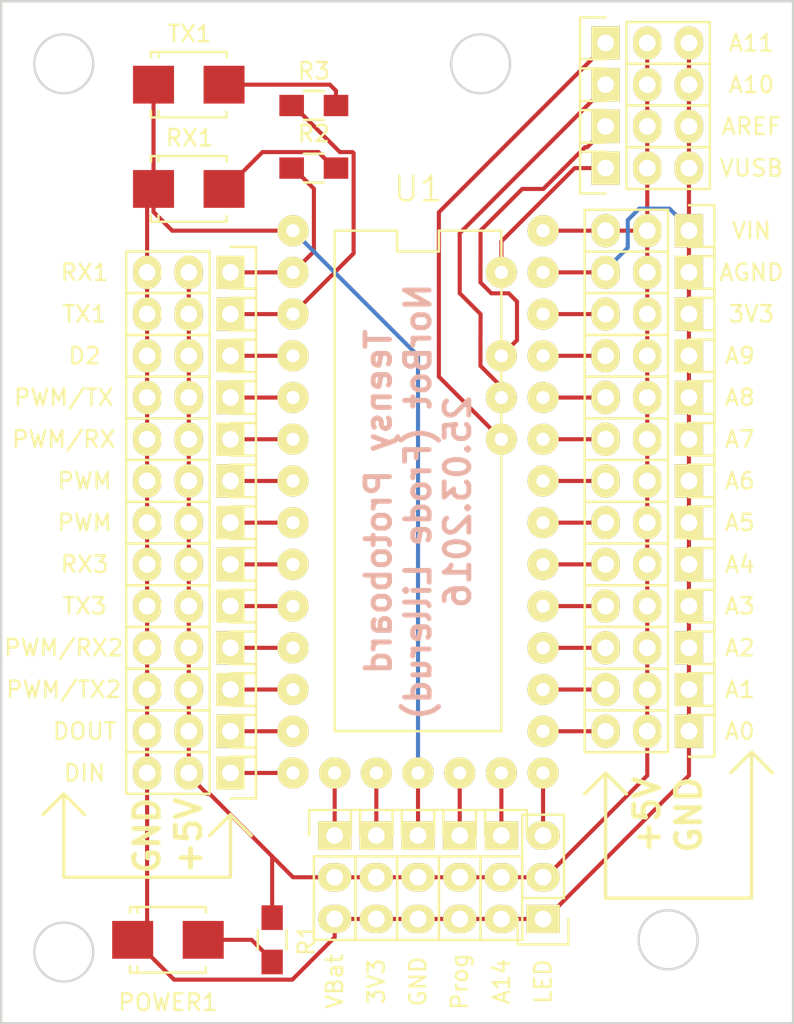
<source format=kicad_pcb>

(kicad_pcb
  (version 4)
  (host pcbnew 4.0.2-4+6225~38~ubuntu14.04.1-stable)
  (general
    (links 119)
    (no_connects 0)
    (area 74.854999 74.854999 123.265001 137.235001)
    (thickness 1.6)
    (drawings 31)
    (tracks 192)
    (zones 0)
    (modules 43)
    (nets 39))
  (page A4)
  (layers
    (0 F.Cu signal)
    (31 B.Cu signal)
    (32 B.Adhes user)
    (33 F.Adhes user)
    (34 B.Paste user)
    (35 F.Paste user)
    (36 B.SilkS user)
    (37 F.SilkS user)
    (38 B.Mask user)
    (39 F.Mask user)
    (40 Dwgs.User user)
    (41 Cmts.User user)
    (42 Eco1.User user)
    (43 Eco2.User user)
    (44 Edge.Cuts user)
    (45 Margin user)
    (46 B.CrtYd user)
    (47 F.CrtYd user)
    (48 B.Fab user)
    (49 F.Fab user))
  (setup
    (last_trace_width 0.25)
    (trace_clearance 0.2)
    (zone_clearance 0.508)
    (zone_45_only no)
    (trace_min 0.2)
    (segment_width 0.2)
    (edge_width 0.15)
    (via_size 0.6)
    (via_drill 0.4)
    (via_min_size 0.4)
    (via_min_drill 0.3)
    (uvia_size 0.3)
    (uvia_drill 0.1)
    (uvias_allowed no)
    (uvia_min_size 0.2)
    (uvia_min_drill 0.1)
    (pcb_text_width 0.3)
    (pcb_text_size 1.5 1.5)
    (mod_edge_width 0.15)
    (mod_text_size 1 1)
    (mod_text_width 0.15)
    (pad_size 1.524 1.524)
    (pad_drill 0.762)
    (pad_to_mask_clearance 0.2)
    (aux_axis_origin 0 0)
    (visible_elements FFFFFF7F)
    (pcbplotparams
      (layerselection 0x00030_80000001)
      (usegerberextensions false)
      (excludeedgelayer true)
      (linewidth 0.1)
      (plotframeref false)
      (viasonmask false)
      (mode 1)
      (useauxorigin false)
      (hpglpennumber 1)
      (hpglpenspeed 20)
      (hpglpendiameter 15)
      (hpglpenoverlay 2)
      (psnegative false)
      (psa4output false)
      (plotreference true)
      (plotvalue true)
      (plotinvisibletext false)
      (padsonsilk false)
      (subtractmaskfromsilk false)
      (outputformat 1)
      (mirror false)
      (drillshape 1)
      (scaleselection 1)
      (outputdirectory "")))
  (net 0 "")
  (net 1 PIN27)
  (net 2 PIN6)
  (net 3 PIN26)
  (net 4 PIN7)
  (net 5 PIN8)
  (net 6 PIN9)
  (net 7 PIN10)
  (net 8 PIN11)
  (net 9 PIN12)
  (net 10 PIN36)
  (net 11 PIN0)
  (net 12 PIN1)
  (net 13 PIN2)
  (net 14 PIN3)
  (net 15 PIN4)
  (net 16 PIN5)
  (net 17 PIN35)
  (net 18 PIN33)
  (net 19 PIN32)
  (net 20 PIN24)
  (net 21 PIN23)
  (net 22 PIN22)
  (net 23 PIN21)
  (net 24 PIN20)
  (net 25 PIN19)
  (net 26 PIN18)
  (net 27 PIN17)
  (net 28 PIN16)
  (net 29 PIN15)
  (net 30 PIN14)
  (net 31 PIN13)
  (net 32 PIN31)
  (net 33 PIN30)
  (net 34 PIN29)
  (net 35 PIN28)
  (net 36 "Net-(POWER1-Pad2)")
  (net 37 "Net-(R2-Pad2)")
  (net 38 "Net-(R3-Pad2)")
  (net_class Default "This is the default net class."
    (clearance 0.2)
    (trace_width 0.25)
    (via_dia 0.6)
    (via_drill 0.4)
    (uvia_dia 0.3)
    (uvia_drill 0.1)
    (add_net "Net-(POWER1-Pad2)")
    (add_net "Net-(R2-Pad2)")
    (add_net "Net-(R3-Pad2)")
    (add_net PIN0)
    (add_net PIN1)
    (add_net PIN10)
    (add_net PIN11)
    (add_net PIN12)
    (add_net PIN13)
    (add_net PIN14)
    (add_net PIN15)
    (add_net PIN16)
    (add_net PIN17)
    (add_net PIN18)
    (add_net PIN19)
    (add_net PIN2)
    (add_net PIN20)
    (add_net PIN21)
    (add_net PIN22)
    (add_net PIN23)
    (add_net PIN24)
    (add_net PIN26)
    (add_net PIN27)
    (add_net PIN28)
    (add_net PIN29)
    (add_net PIN3)
    (add_net PIN30)
    (add_net PIN31)
    (add_net PIN32)
    (add_net PIN33)
    (add_net PIN35)
    (add_net PIN36)
    (add_net PIN4)
    (add_net PIN5)
    (add_net PIN6)
    (add_net PIN7)
    (add_net PIN8)
    (add_net PIN9))
  (module Resistors_SMD:R_0805_HandSoldering
    (layer F.Cu)
    (tedit 54189DEE)
    (tstamp 56F3D8CC)
    (at 91.44 132.08 270)
    (descr "Resistor SMD 0805, hand soldering")
    (tags "resistor 0805")
    (path /56E5B2F0)
    (attr smd)
    (fp_text reference R1
      (at 0 -2.1 270)
      (layer F.SilkS)
      (effects
        (font
          (size 1 1)
          (thickness 0.15))))
    (fp_text value 330
      (at 0 2.1 270)
      (layer F.Fab)
      (effects
        (font
          (size 1 1)
          (thickness 0.15))))
    (fp_line
      (start -2.4 -1)
      (end 2.4 -1)
      (layer F.CrtYd)
      (width 0.05))
    (fp_line
      (start -2.4 1)
      (end 2.4 1)
      (layer F.CrtYd)
      (width 0.05))
    (fp_line
      (start -2.4 -1)
      (end -2.4 1)
      (layer F.CrtYd)
      (width 0.05))
    (fp_line
      (start 2.4 -1)
      (end 2.4 1)
      (layer F.CrtYd)
      (width 0.05))
    (fp_line
      (start 0.6 0.875)
      (end -0.6 0.875)
      (layer F.SilkS)
      (width 0.15))
    (fp_line
      (start -0.6 -0.875)
      (end 0.6 -0.875)
      (layer F.SilkS)
      (width 0.15))
    (pad 1 smd rect
      (at -1.35 0 270)
      (size 1.5 1.3)
      (layers F.Cu F.Paste F.Mask)
      (net 3 PIN26))
    (pad 2 smd rect
      (at 1.35 0 270)
      (size 1.5 1.3)
      (layers F.Cu F.Paste F.Mask)
      (net 36 "Net-(POWER1-Pad2)"))
    (model Resistors_SMD.3dshapes/R_0805_HandSoldering.wrl
      (at
        (xyz 0 0 0))
      (scale
        (xyz 1 1 1))
      (rotate
        (xyz 0 0 0))))
  (module NorBotKiCadFootprints:Teensy-3.1_3.2
    (layer F.Cu)
    (tedit 56F3C419)
    (tstamp 56F3D8FD)
    (at 92.71 91.44 270)
    (path /56E1D934)
    (fp_text reference U1
      (at -5.08 -7.62 360)
      (layer F.SilkS)
      (effects
        (font
          (size 1.5 1.5)
          (thickness 0.15))))
    (fp_text value Teensy_3.1
      (at 12.7 -7.62 270)
      (layer F.Fab)
      (effects
        (font
          (size 1.5 1.5)
          (thickness 0.15))))
    (fp_line
      (start -1.27 -6.35)
      (end -2.54 -6.35)
      (layer F.SilkS)
      (width 0.15))
    (fp_line
      (start -2.54 -6.35)
      (end -2.54 -2.54)
      (layer F.SilkS)
      (width 0.15))
    (fp_line
      (start -2.54 -12.7)
      (end -2.54 -8.89)
      (layer F.SilkS)
      (width 0.15))
    (fp_line
      (start -2.54 -8.89)
      (end -1.27 -8.89)
      (layer F.SilkS)
      (width 0.15))
    (fp_line
      (start -1.27 -8.89)
      (end -1.27 -6.35)
      (layer F.SilkS)
      (width 0.15))
    (fp_line
      (start -2.54 -12.7)
      (end 27.94 -12.7)
      (layer F.SilkS)
      (width 0.15))
    (fp_line
      (start 27.94 -12.7)
      (end 27.94 -2.54)
      (layer F.SilkS)
      (width 0.15))
    (fp_line
      (start 27.94 -2.54)
      (end -2.54 -2.54)
      (layer F.SilkS)
      (width 0.15))
    (pad 0 thru_hole circle
      (at 0 0 270)
      (size 1.9 1.9)
      (drill 0.8)
      (layers *.Cu *.Mask F.SilkS)
      (net 11 PIN0))
    (pad 1 thru_hole circle
      (at 2.54 0 270)
      (size 1.9 1.9)
      (drill 0.8)
      (layers *.Cu *.Mask F.SilkS)
      (net 12 PIN1))
    (pad 2 thru_hole circle
      (at 5.08 0 270)
      (size 1.9 1.9)
      (drill 0.8)
      (layers *.Cu *.Mask F.SilkS)
      (net 13 PIN2))
    (pad 3 thru_hole circle
      (at 7.62 0 270)
      (size 1.9 1.9)
      (drill 0.8)
      (layers *.Cu *.Mask F.SilkS)
      (net 14 PIN3))
    (pad 4 thru_hole circle
      (at 10.16 0 270)
      (size 1.9 1.9)
      (drill 0.8)
      (layers *.Cu *.Mask F.SilkS)
      (net 15 PIN4))
    (pad 5 thru_hole circle
      (at 12.7 0 270)
      (size 1.9 1.9)
      (drill 0.8)
      (layers *.Cu *.Mask F.SilkS)
      (net 16 PIN5))
    (pad 6 thru_hole circle
      (at 15.24 0 270)
      (size 1.9 1.9)
      (drill 0.8)
      (layers *.Cu *.Mask F.SilkS)
      (net 2 PIN6))
    (pad 7 thru_hole circle
      (at 17.78 0 270)
      (size 1.9 1.9)
      (drill 0.8)
      (layers *.Cu *.Mask F.SilkS)
      (net 4 PIN7))
    (pad 8 thru_hole circle
      (at 20.32 0 270)
      (size 1.9 1.9)
      (drill 0.8)
      (layers *.Cu *.Mask F.SilkS)
      (net 5 PIN8))
    (pad 9 thru_hole circle
      (at 22.86 0 270)
      (size 1.9 1.9)
      (drill 0.8)
      (layers *.Cu *.Mask F.SilkS)
      (net 6 PIN9))
    (pad 10 thru_hole circle
      (at 25.4 0 270)
      (size 1.9 1.9)
      (drill 0.8)
      (layers *.Cu *.Mask F.SilkS)
      (net 7 PIN10))
    (pad 11 thru_hole circle
      (at 27.94 0 270)
      (size 1.9 1.9)
      (drill 0.8)
      (layers *.Cu *.Mask F.SilkS)
      (net 8 PIN11))
    (pad 12 thru_hole circle
      (at 30.48 0 270)
      (size 1.9 1.9)
      (drill 0.8)
      (layers *.Cu *.Mask F.SilkS)
      (net 9 PIN12))
    (pad 13 thru_hole circle
      (at 30.48 -15.24 270)
      (size 1.9 1.9)
      (drill 0.8)
      (layers *.Cu *.Mask F.SilkS)
      (net 31 PIN13))
    (pad 14 thru_hole circle
      (at 27.94 -15.24 270)
      (size 1.9 1.9)
      (drill 0.8)
      (layers *.Cu *.Mask F.SilkS)
      (net 30 PIN14))
    (pad 15 thru_hole circle
      (at 25.4 -15.24 270)
      (size 1.9 1.9)
      (drill 0.8)
      (layers *.Cu *.Mask F.SilkS)
      (net 29 PIN15))
    (pad 16 thru_hole circle
      (at 22.86 -15.24 270)
      (size 1.9 1.9)
      (drill 0.8)
      (layers *.Cu *.Mask F.SilkS)
      (net 28 PIN16))
    (pad 17 thru_hole circle
      (at 20.32 -15.24 270)
      (size 1.9 1.9)
      (drill 0.8)
      (layers *.Cu *.Mask F.SilkS)
      (net 27 PIN17))
    (pad 18 thru_hole circle
      (at 17.78 -15.24 270)
      (size 1.9 1.9)
      (drill 0.8)
      (layers *.Cu *.Mask F.SilkS)
      (net 26 PIN18))
    (pad 19 thru_hole circle
      (at 15.24 -15.24 270)
      (size 1.9 1.9)
      (drill 0.8)
      (layers *.Cu *.Mask F.SilkS)
      (net 25 PIN19))
    (pad 20 thru_hole circle
      (at 12.7 -15.24 270)
      (size 1.9 1.9)
      (drill 0.8)
      (layers *.Cu *.Mask F.SilkS)
      (net 24 PIN20))
    (pad 21 thru_hole circle
      (at 10.16 -15.24 270)
      (size 1.9 1.9)
      (drill 0.8)
      (layers *.Cu *.Mask F.SilkS)
      (net 23 PIN21))
    (pad 22 thru_hole circle
      (at 7.62 -15.24 270)
      (size 1.9 1.9)
      (drill 0.8)
      (layers *.Cu *.Mask F.SilkS)
      (net 22 PIN22))
    (pad 23 thru_hole circle
      (at 5.08 -15.24 270)
      (size 1.9 1.9)
      (drill 0.8)
      (layers *.Cu *.Mask F.SilkS)
      (net 21 PIN23))
    (pad 24 thru_hole circle
      (at 2.54 -15.24 270)
      (size 1.9 1.9)
      (drill 0.8)
      (layers *.Cu *.Mask F.SilkS)
      (net 20 PIN24))
    (pad 25 thru_hole circle
      (at 0 -15.24 270)
      (size 1.9 1.9)
      (drill 0.8)
      (layers *.Cu *.Mask F.SilkS)
      (net 1 PIN27))
    (pad 26 thru_hole circle
      (at -2.54 -15.24 270)
      (size 1.9 1.9)
      (drill 0.8)
      (layers *.Cu *.Mask F.SilkS)
      (net 3 PIN26))
    (pad 27 thru_hole circle
      (at -2.54 0 270)
      (size 1.9 1.9)
      (drill 0.8)
      (layers *.Cu *.Mask F.SilkS)
      (net 1 PIN27))
    (pad 32 thru_hole circle
      (at 30.48 -12.7 270)
      (size 1.9 1.9)
      (drill 0.8)
      (layers *.Cu *.Mask F.SilkS)
      (net 19 PIN32))
    (pad 33 thru_hole circle
      (at 30.48 -10.16 270)
      (size 1.9 1.9)
      (drill 0.8)
      (layers *.Cu *.Mask F.SilkS)
      (net 18 PIN33))
    (pad 34 thru_hole circle
      (at 30.48 -7.62 270)
      (size 1.9 1.9)
      (drill 0.8)
      (layers *.Cu *.Mask F.SilkS)
      (net 1 PIN27))
    (pad 35 thru_hole circle
      (at 30.48 -5.08 270)
      (size 1.9 1.9)
      (drill 0.8)
      (layers *.Cu *.Mask F.SilkS)
      (net 17 PIN35))
    (pad 36 thru_hole circle
      (at 30.48 -2.54 270)
      (size 1.9 1.9)
      (drill 0.8)
      (layers *.Cu *.Mask F.SilkS)
      (net 10 PIN36))
    (pad 28 thru_hole circle
      (at 0 -12.7 270)
      (size 1.9 1.9)
      (drill 0.8)
      (layers *.Cu *.Mask F.SilkS)
      (net 35 PIN28))
    (pad 29 thru_hole circle
      (at 5.08 -12.7 270)
      (size 1.9 1.9)
      (drill 0.8)
      (layers *.Cu *.Mask F.SilkS)
      (net 34 PIN29))
    (pad 30 thru_hole circle
      (at 7.62 -12.7 270)
      (size 1.9 1.9)
      (drill 0.8)
      (layers *.Cu *.Mask F.SilkS)
      (net 33 PIN30))
    (pad 31 thru_hole circle
      (at 10.16 -12.7 270)
      (size 1.9 1.9)
      (drill 0.8)
      (layers *.Cu *.Mask F.SilkS)
      (net 32 PIN31)))
  (module Pin_Headers:Pin_Header_Straight_1x03
    (layer F.Cu)
    (tedit 56F3E10D)
    (tstamp 56F3E83E)
    (at 88.9 106.68 270)
    (descr "Through hole pin header")
    (tags "pin header")
    (path /56E1DF17)
    (fp_text reference P1
      (at 0 -5.1 270)
      (layer F.Fab)
      (effects
        (font
          (size 1 1)
          (thickness 0.15))))
    (fp_text value PWM
      (at 0 8.89 360)
      (layer F.SilkS)
      (effects
        (font
          (size 1 1)
          (thickness 0.15))))
    (fp_line
      (start -1.75 -1.75)
      (end -1.75 6.85)
      (layer F.CrtYd)
      (width 0.05))
    (fp_line
      (start 1.75 -1.75)
      (end 1.75 6.85)
      (layer F.CrtYd)
      (width 0.05))
    (fp_line
      (start -1.75 -1.75)
      (end 1.75 -1.75)
      (layer F.CrtYd)
      (width 0.05))
    (fp_line
      (start -1.75 6.85)
      (end 1.75 6.85)
      (layer F.CrtYd)
      (width 0.05))
    (fp_line
      (start -1.27 1.27)
      (end -1.27 6.35)
      (layer F.SilkS)
      (width 0.15))
    (fp_line
      (start -1.27 6.35)
      (end 1.27 6.35)
      (layer F.SilkS)
      (width 0.15))
    (fp_line
      (start 1.27 6.35)
      (end 1.27 1.27)
      (layer F.SilkS)
      (width 0.15))
    (fp_line
      (start 1.55 -1.55)
      (end 1.55 0)
      (layer F.SilkS)
      (width 0.15))
    (fp_line
      (start 1.27 1.27)
      (end -1.27 1.27)
      (layer F.SilkS)
      (width 0.15))
    (fp_line
      (start -1.55 0)
      (end -1.55 -1.55)
      (layer F.SilkS)
      (width 0.15))
    (fp_line
      (start -1.55 -1.55)
      (end 1.55 -1.55)
      (layer F.SilkS)
      (width 0.15))
    (pad 1 thru_hole rect
      (at 0 0 270)
      (size 2.032 1.7272)
      (drill 1.016)
      (layers *.Cu *.Mask F.SilkS)
      (net 2 PIN6))
    (pad 2 thru_hole oval
      (at 0 2.54 270)
      (size 2.032 1.7272)
      (drill 1.016)
      (layers *.Cu *.Mask F.SilkS)
      (net 3 PIN26))
    (pad 3 thru_hole oval
      (at 0 5.08 270)
      (size 2.032 1.7272)
      (drill 1.016)
      (layers *.Cu *.Mask F.SilkS)
      (net 1 PIN27))
    (model Pin_Headers.3dshapes/Pin_Header_Straight_1x03.wrl
      (at
        (xyz 0 -0.1 0))
      (scale
        (xyz 1 1 1))
      (rotate
        (xyz 0 0 90))))
  (module Pin_Headers:Pin_Header_Straight_1x03
    (layer F.Cu)
    (tedit 56F3E109)
    (tstamp 56F3E84F)
    (at 88.9 109.22 270)
    (descr "Through hole pin header")
    (tags "pin header")
    (path /56F50106)
    (fp_text reference P2
      (at 0 -5.1 270)
      (layer F.Fab)
      (effects
        (font
          (size 1 1)
          (thickness 0.15))))
    (fp_text value RX3
      (at 0 8.89 360)
      (layer F.SilkS)
      (effects
        (font
          (size 1 1)
          (thickness 0.15))))
    (fp_line
      (start -1.75 -1.75)
      (end -1.75 6.85)
      (layer F.CrtYd)
      (width 0.05))
    (fp_line
      (start 1.75 -1.75)
      (end 1.75 6.85)
      (layer F.CrtYd)
      (width 0.05))
    (fp_line
      (start -1.75 -1.75)
      (end 1.75 -1.75)
      (layer F.CrtYd)
      (width 0.05))
    (fp_line
      (start -1.75 6.85)
      (end 1.75 6.85)
      (layer F.CrtYd)
      (width 0.05))
    (fp_line
      (start -1.27 1.27)
      (end -1.27 6.35)
      (layer F.SilkS)
      (width 0.15))
    (fp_line
      (start -1.27 6.35)
      (end 1.27 6.35)
      (layer F.SilkS)
      (width 0.15))
    (fp_line
      (start 1.27 6.35)
      (end 1.27 1.27)
      (layer F.SilkS)
      (width 0.15))
    (fp_line
      (start 1.55 -1.55)
      (end 1.55 0)
      (layer F.SilkS)
      (width 0.15))
    (fp_line
      (start 1.27 1.27)
      (end -1.27 1.27)
      (layer F.SilkS)
      (width 0.15))
    (fp_line
      (start -1.55 0)
      (end -1.55 -1.55)
      (layer F.SilkS)
      (width 0.15))
    (fp_line
      (start -1.55 -1.55)
      (end 1.55 -1.55)
      (layer F.SilkS)
      (width 0.15))
    (pad 1 thru_hole rect
      (at 0 0 270)
      (size 2.032 1.7272)
      (drill 1.016)
      (layers *.Cu *.Mask F.SilkS)
      (net 4 PIN7))
    (pad 2 thru_hole oval
      (at 0 2.54 270)
      (size 2.032 1.7272)
      (drill 1.016)
      (layers *.Cu *.Mask F.SilkS)
      (net 3 PIN26))
    (pad 3 thru_hole oval
      (at 0 5.08 270)
      (size 2.032 1.7272)
      (drill 1.016)
      (layers *.Cu *.Mask F.SilkS)
      (net 1 PIN27))
    (model Pin_Headers.3dshapes/Pin_Header_Straight_1x03.wrl
      (at
        (xyz 0 -0.1 0))
      (scale
        (xyz 1 1 1))
      (rotate
        (xyz 0 0 90))))
  (module Pin_Headers:Pin_Header_Straight_1x03
    (layer F.Cu)
    (tedit 56F3E104)
    (tstamp 56F3E860)
    (at 88.9 111.76 270)
    (descr "Through hole pin header")
    (tags "pin header")
    (path /56F5073A)
    (fp_text reference P3
      (at 0 -5.1 270)
      (layer F.Fab)
      (effects
        (font
          (size 1 1)
          (thickness 0.15))))
    (fp_text value TX3
      (at 0 8.89 360)
      (layer F.SilkS)
      (effects
        (font
          (size 1 1)
          (thickness 0.15))))
    (fp_line
      (start -1.75 -1.75)
      (end -1.75 6.85)
      (layer F.CrtYd)
      (width 0.05))
    (fp_line
      (start 1.75 -1.75)
      (end 1.75 6.85)
      (layer F.CrtYd)
      (width 0.05))
    (fp_line
      (start -1.75 -1.75)
      (end 1.75 -1.75)
      (layer F.CrtYd)
      (width 0.05))
    (fp_line
      (start -1.75 6.85)
      (end 1.75 6.85)
      (layer F.CrtYd)
      (width 0.05))
    (fp_line
      (start -1.27 1.27)
      (end -1.27 6.35)
      (layer F.SilkS)
      (width 0.15))
    (fp_line
      (start -1.27 6.35)
      (end 1.27 6.35)
      (layer F.SilkS)
      (width 0.15))
    (fp_line
      (start 1.27 6.35)
      (end 1.27 1.27)
      (layer F.SilkS)
      (width 0.15))
    (fp_line
      (start 1.55 -1.55)
      (end 1.55 0)
      (layer F.SilkS)
      (width 0.15))
    (fp_line
      (start 1.27 1.27)
      (end -1.27 1.27)
      (layer F.SilkS)
      (width 0.15))
    (fp_line
      (start -1.55 0)
      (end -1.55 -1.55)
      (layer F.SilkS)
      (width 0.15))
    (fp_line
      (start -1.55 -1.55)
      (end 1.55 -1.55)
      (layer F.SilkS)
      (width 0.15))
    (pad 1 thru_hole rect
      (at 0 0 270)
      (size 2.032 1.7272)
      (drill 1.016)
      (layers *.Cu *.Mask F.SilkS)
      (net 5 PIN8))
    (pad 2 thru_hole oval
      (at 0 2.54 270)
      (size 2.032 1.7272)
      (drill 1.016)
      (layers *.Cu *.Mask F.SilkS)
      (net 3 PIN26))
    (pad 3 thru_hole oval
      (at 0 5.08 270)
      (size 2.032 1.7272)
      (drill 1.016)
      (layers *.Cu *.Mask F.SilkS)
      (net 1 PIN27))
    (model Pin_Headers.3dshapes/Pin_Header_Straight_1x03.wrl
      (at
        (xyz 0 -0.1 0))
      (scale
        (xyz 1 1 1))
      (rotate
        (xyz 0 0 90))))
  (module Pin_Headers:Pin_Header_Straight_1x03
    (layer F.Cu)
    (tedit 56F3E100)
    (tstamp 56F3E871)
    (at 88.9 114.3 270)
    (descr "Through hole pin header")
    (tags "pin header")
    (path /56F5081E)
    (fp_text reference P4
      (at 0 -5.1 270)
      (layer F.Fab)
      (effects
        (font
          (size 1 1)
          (thickness 0.15))))
    (fp_text value PWM/RX2
      (at 0 10.16 360)
      (layer F.SilkS)
      (effects
        (font
          (size 1 1)
          (thickness 0.15))))
    (fp_line
      (start -1.75 -1.75)
      (end -1.75 6.85)
      (layer F.CrtYd)
      (width 0.05))
    (fp_line
      (start 1.75 -1.75)
      (end 1.75 6.85)
      (layer F.CrtYd)
      (width 0.05))
    (fp_line
      (start -1.75 -1.75)
      (end 1.75 -1.75)
      (layer F.CrtYd)
      (width 0.05))
    (fp_line
      (start -1.75 6.85)
      (end 1.75 6.85)
      (layer F.CrtYd)
      (width 0.05))
    (fp_line
      (start -1.27 1.27)
      (end -1.27 6.35)
      (layer F.SilkS)
      (width 0.15))
    (fp_line
      (start -1.27 6.35)
      (end 1.27 6.35)
      (layer F.SilkS)
      (width 0.15))
    (fp_line
      (start 1.27 6.35)
      (end 1.27 1.27)
      (layer F.SilkS)
      (width 0.15))
    (fp_line
      (start 1.55 -1.55)
      (end 1.55 0)
      (layer F.SilkS)
      (width 0.15))
    (fp_line
      (start 1.27 1.27)
      (end -1.27 1.27)
      (layer F.SilkS)
      (width 0.15))
    (fp_line
      (start -1.55 0)
      (end -1.55 -1.55)
      (layer F.SilkS)
      (width 0.15))
    (fp_line
      (start -1.55 -1.55)
      (end 1.55 -1.55)
      (layer F.SilkS)
      (width 0.15))
    (pad 1 thru_hole rect
      (at 0 0 270)
      (size 2.032 1.7272)
      (drill 1.016)
      (layers *.Cu *.Mask F.SilkS)
      (net 6 PIN9))
    (pad 2 thru_hole oval
      (at 0 2.54 270)
      (size 2.032 1.7272)
      (drill 1.016)
      (layers *.Cu *.Mask F.SilkS)
      (net 3 PIN26))
    (pad 3 thru_hole oval
      (at 0 5.08 270)
      (size 2.032 1.7272)
      (drill 1.016)
      (layers *.Cu *.Mask F.SilkS)
      (net 1 PIN27))
    (model Pin_Headers.3dshapes/Pin_Header_Straight_1x03.wrl
      (at
        (xyz 0 -0.1 0))
      (scale
        (xyz 1 1 1))
      (rotate
        (xyz 0 0 90))))
  (module Pin_Headers:Pin_Header_Straight_1x03
    (layer F.Cu)
    (tedit 56F3E0FB)
    (tstamp 56F3E882)
    (at 88.9 116.84 270)
    (descr "Through hole pin header")
    (tags "pin header")
    (path /56F508A1)
    (fp_text reference P5
      (at 0 -5.1 270)
      (layer F.Fab)
      (effects
        (font
          (size 1 1)
          (thickness 0.15))))
    (fp_text value PWM/TX2
      (at 0 10.16 360)
      (layer F.SilkS)
      (effects
        (font
          (size 1 1)
          (thickness 0.15))))
    (fp_line
      (start -1.75 -1.75)
      (end -1.75 6.85)
      (layer F.CrtYd)
      (width 0.05))
    (fp_line
      (start 1.75 -1.75)
      (end 1.75 6.85)
      (layer F.CrtYd)
      (width 0.05))
    (fp_line
      (start -1.75 -1.75)
      (end 1.75 -1.75)
      (layer F.CrtYd)
      (width 0.05))
    (fp_line
      (start -1.75 6.85)
      (end 1.75 6.85)
      (layer F.CrtYd)
      (width 0.05))
    (fp_line
      (start -1.27 1.27)
      (end -1.27 6.35)
      (layer F.SilkS)
      (width 0.15))
    (fp_line
      (start -1.27 6.35)
      (end 1.27 6.35)
      (layer F.SilkS)
      (width 0.15))
    (fp_line
      (start 1.27 6.35)
      (end 1.27 1.27)
      (layer F.SilkS)
      (width 0.15))
    (fp_line
      (start 1.55 -1.55)
      (end 1.55 0)
      (layer F.SilkS)
      (width 0.15))
    (fp_line
      (start 1.27 1.27)
      (end -1.27 1.27)
      (layer F.SilkS)
      (width 0.15))
    (fp_line
      (start -1.55 0)
      (end -1.55 -1.55)
      (layer F.SilkS)
      (width 0.15))
    (fp_line
      (start -1.55 -1.55)
      (end 1.55 -1.55)
      (layer F.SilkS)
      (width 0.15))
    (pad 1 thru_hole rect
      (at 0 0 270)
      (size 2.032 1.7272)
      (drill 1.016)
      (layers *.Cu *.Mask F.SilkS)
      (net 7 PIN10))
    (pad 2 thru_hole oval
      (at 0 2.54 270)
      (size 2.032 1.7272)
      (drill 1.016)
      (layers *.Cu *.Mask F.SilkS)
      (net 3 PIN26))
    (pad 3 thru_hole oval
      (at 0 5.08 270)
      (size 2.032 1.7272)
      (drill 1.016)
      (layers *.Cu *.Mask F.SilkS)
      (net 1 PIN27))
    (model Pin_Headers.3dshapes/Pin_Header_Straight_1x03.wrl
      (at
        (xyz 0 -0.1 0))
      (scale
        (xyz 1 1 1))
      (rotate
        (xyz 0 0 90))))
  (module Pin_Headers:Pin_Header_Straight_1x03
    (layer F.Cu)
    (tedit 56F3E0F5)
    (tstamp 56F3E893)
    (at 88.9 119.38 270)
    (descr "Through hole pin header")
    (tags "pin header")
    (path /56F50923)
    (fp_text reference P6
      (at 0 -5.1 270)
      (layer F.Fab)
      (effects
        (font
          (size 1 1)
          (thickness 0.15))))
    (fp_text value DOUT
      (at 0 8.89 360)
      (layer F.SilkS)
      (effects
        (font
          (size 1 1)
          (thickness 0.15))))
    (fp_line
      (start -1.75 -1.75)
      (end -1.75 6.85)
      (layer F.CrtYd)
      (width 0.05))
    (fp_line
      (start 1.75 -1.75)
      (end 1.75 6.85)
      (layer F.CrtYd)
      (width 0.05))
    (fp_line
      (start -1.75 -1.75)
      (end 1.75 -1.75)
      (layer F.CrtYd)
      (width 0.05))
    (fp_line
      (start -1.75 6.85)
      (end 1.75 6.85)
      (layer F.CrtYd)
      (width 0.05))
    (fp_line
      (start -1.27 1.27)
      (end -1.27 6.35)
      (layer F.SilkS)
      (width 0.15))
    (fp_line
      (start -1.27 6.35)
      (end 1.27 6.35)
      (layer F.SilkS)
      (width 0.15))
    (fp_line
      (start 1.27 6.35)
      (end 1.27 1.27)
      (layer F.SilkS)
      (width 0.15))
    (fp_line
      (start 1.55 -1.55)
      (end 1.55 0)
      (layer F.SilkS)
      (width 0.15))
    (fp_line
      (start 1.27 1.27)
      (end -1.27 1.27)
      (layer F.SilkS)
      (width 0.15))
    (fp_line
      (start -1.55 0)
      (end -1.55 -1.55)
      (layer F.SilkS)
      (width 0.15))
    (fp_line
      (start -1.55 -1.55)
      (end 1.55 -1.55)
      (layer F.SilkS)
      (width 0.15))
    (pad 1 thru_hole rect
      (at 0 0 270)
      (size 2.032 1.7272)
      (drill 1.016)
      (layers *.Cu *.Mask F.SilkS)
      (net 8 PIN11))
    (pad 2 thru_hole oval
      (at 0 2.54 270)
      (size 2.032 1.7272)
      (drill 1.016)
      (layers *.Cu *.Mask F.SilkS)
      (net 3 PIN26))
    (pad 3 thru_hole oval
      (at 0 5.08 270)
      (size 2.032 1.7272)
      (drill 1.016)
      (layers *.Cu *.Mask F.SilkS)
      (net 1 PIN27))
    (model Pin_Headers.3dshapes/Pin_Header_Straight_1x03.wrl
      (at
        (xyz 0 -0.1 0))
      (scale
        (xyz 1 1 1))
      (rotate
        (xyz 0 0 90))))
  (module Pin_Headers:Pin_Header_Straight_1x03
    (layer F.Cu)
    (tedit 56F3E0F1)
    (tstamp 56F3E8A4)
    (at 88.9 121.92 270)
    (descr "Through hole pin header")
    (tags "pin header")
    (path /56F50BDC)
    (fp_text reference P7
      (at 0 -5.1 270)
      (layer F.Fab)
      (effects
        (font
          (size 1 1)
          (thickness 0.15))))
    (fp_text value DIN
      (at 0 8.89 360)
      (layer F.SilkS)
      (effects
        (font
          (size 1 1)
          (thickness 0.15))))
    (fp_line
      (start -1.75 -1.75)
      (end -1.75 6.85)
      (layer F.CrtYd)
      (width 0.05))
    (fp_line
      (start 1.75 -1.75)
      (end 1.75 6.85)
      (layer F.CrtYd)
      (width 0.05))
    (fp_line
      (start -1.75 -1.75)
      (end 1.75 -1.75)
      (layer F.CrtYd)
      (width 0.05))
    (fp_line
      (start -1.75 6.85)
      (end 1.75 6.85)
      (layer F.CrtYd)
      (width 0.05))
    (fp_line
      (start -1.27 1.27)
      (end -1.27 6.35)
      (layer F.SilkS)
      (width 0.15))
    (fp_line
      (start -1.27 6.35)
      (end 1.27 6.35)
      (layer F.SilkS)
      (width 0.15))
    (fp_line
      (start 1.27 6.35)
      (end 1.27 1.27)
      (layer F.SilkS)
      (width 0.15))
    (fp_line
      (start 1.55 -1.55)
      (end 1.55 0)
      (layer F.SilkS)
      (width 0.15))
    (fp_line
      (start 1.27 1.27)
      (end -1.27 1.27)
      (layer F.SilkS)
      (width 0.15))
    (fp_line
      (start -1.55 0)
      (end -1.55 -1.55)
      (layer F.SilkS)
      (width 0.15))
    (fp_line
      (start -1.55 -1.55)
      (end 1.55 -1.55)
      (layer F.SilkS)
      (width 0.15))
    (pad 1 thru_hole rect
      (at 0 0 270)
      (size 2.032 1.7272)
      (drill 1.016)
      (layers *.Cu *.Mask F.SilkS)
      (net 9 PIN12))
    (pad 2 thru_hole oval
      (at 0 2.54 270)
      (size 2.032 1.7272)
      (drill 1.016)
      (layers *.Cu *.Mask F.SilkS)
      (net 3 PIN26))
    (pad 3 thru_hole oval
      (at 0 5.08 270)
      (size 2.032 1.7272)
      (drill 1.016)
      (layers *.Cu *.Mask F.SilkS)
      (net 1 PIN27))
    (model Pin_Headers.3dshapes/Pin_Header_Straight_1x03.wrl
      (at
        (xyz 0 -0.1 0))
      (scale
        (xyz 1 1 1))
      (rotate
        (xyz 0 0 90))))
  (module Pin_Headers:Pin_Header_Straight_1x03
    (layer F.Cu)
    (tedit 56F3E03B)
    (tstamp 56F3E8B5)
    (at 100.33 125.73)
    (descr "Through hole pin header")
    (tags "pin header")
    (path /56F5173E)
    (fp_text reference P8
      (at 0 8.89 90)
      (layer F.Fab)
      (effects
        (font
          (size 1 1)
          (thickness 0.15))))
    (fp_text value GND
      (at 0 8.89 90)
      (layer F.SilkS)
      (effects
        (font
          (size 1 1)
          (thickness 0.15))))
    (fp_line
      (start -1.75 -1.75)
      (end -1.75 6.85)
      (layer F.CrtYd)
      (width 0.05))
    (fp_line
      (start 1.75 -1.75)
      (end 1.75 6.85)
      (layer F.CrtYd)
      (width 0.05))
    (fp_line
      (start -1.75 -1.75)
      (end 1.75 -1.75)
      (layer F.CrtYd)
      (width 0.05))
    (fp_line
      (start -1.75 6.85)
      (end 1.75 6.85)
      (layer F.CrtYd)
      (width 0.05))
    (fp_line
      (start -1.27 1.27)
      (end -1.27 6.35)
      (layer F.SilkS)
      (width 0.15))
    (fp_line
      (start -1.27 6.35)
      (end 1.27 6.35)
      (layer F.SilkS)
      (width 0.15))
    (fp_line
      (start 1.27 6.35)
      (end 1.27 1.27)
      (layer F.SilkS)
      (width 0.15))
    (fp_line
      (start 1.55 -1.55)
      (end 1.55 0)
      (layer F.SilkS)
      (width 0.15))
    (fp_line
      (start 1.27 1.27)
      (end -1.27 1.27)
      (layer F.SilkS)
      (width 0.15))
    (fp_line
      (start -1.55 0)
      (end -1.55 -1.55)
      (layer F.SilkS)
      (width 0.15))
    (fp_line
      (start -1.55 -1.55)
      (end 1.55 -1.55)
      (layer F.SilkS)
      (width 0.15))
    (pad 1 thru_hole rect
      (at 0 0)
      (size 2.032 1.7272)
      (drill 1.016)
      (layers *.Cu *.Mask F.SilkS)
      (net 1 PIN27))
    (pad 2 thru_hole oval
      (at 0 2.54)
      (size 2.032 1.7272)
      (drill 1.016)
      (layers *.Cu *.Mask F.SilkS)
      (net 3 PIN26))
    (pad 3 thru_hole oval
      (at 0 5.08)
      (size 2.032 1.7272)
      (drill 1.016)
      (layers *.Cu *.Mask F.SilkS)
      (net 1 PIN27))
    (model Pin_Headers.3dshapes/Pin_Header_Straight_1x03.wrl
      (at
        (xyz 0 -0.1 0))
      (scale
        (xyz 1 1 1))
      (rotate
        (xyz 0 0 90))))
  (module Pin_Headers:Pin_Header_Straight_1x03
    (layer F.Cu)
    (tedit 56F3E126)
    (tstamp 56F3E8C6)
    (at 88.9 91.44 270)
    (descr "Through hole pin header")
    (tags "pin header")
    (path /56F516A8)
    (fp_text reference P9
      (at 0 -5.1 270)
      (layer F.Fab)
      (effects
        (font
          (size 1 1)
          (thickness 0.15))))
    (fp_text value RX1
      (at 0 8.89 360)
      (layer F.SilkS)
      (effects
        (font
          (size 1 1)
          (thickness 0.15))))
    (fp_line
      (start -1.75 -1.75)
      (end -1.75 6.85)
      (layer F.CrtYd)
      (width 0.05))
    (fp_line
      (start 1.75 -1.75)
      (end 1.75 6.85)
      (layer F.CrtYd)
      (width 0.05))
    (fp_line
      (start -1.75 -1.75)
      (end 1.75 -1.75)
      (layer F.CrtYd)
      (width 0.05))
    (fp_line
      (start -1.75 6.85)
      (end 1.75 6.85)
      (layer F.CrtYd)
      (width 0.05))
    (fp_line
      (start -1.27 1.27)
      (end -1.27 6.35)
      (layer F.SilkS)
      (width 0.15))
    (fp_line
      (start -1.27 6.35)
      (end 1.27 6.35)
      (layer F.SilkS)
      (width 0.15))
    (fp_line
      (start 1.27 6.35)
      (end 1.27 1.27)
      (layer F.SilkS)
      (width 0.15))
    (fp_line
      (start 1.55 -1.55)
      (end 1.55 0)
      (layer F.SilkS)
      (width 0.15))
    (fp_line
      (start 1.27 1.27)
      (end -1.27 1.27)
      (layer F.SilkS)
      (width 0.15))
    (fp_line
      (start -1.55 0)
      (end -1.55 -1.55)
      (layer F.SilkS)
      (width 0.15))
    (fp_line
      (start -1.55 -1.55)
      (end 1.55 -1.55)
      (layer F.SilkS)
      (width 0.15))
    (pad 1 thru_hole rect
      (at 0 0 270)
      (size 2.032 1.7272)
      (drill 1.016)
      (layers *.Cu *.Mask F.SilkS)
      (net 11 PIN0))
    (pad 2 thru_hole oval
      (at 0 2.54 270)
      (size 2.032 1.7272)
      (drill 1.016)
      (layers *.Cu *.Mask F.SilkS)
      (net 3 PIN26))
    (pad 3 thru_hole oval
      (at 0 5.08 270)
      (size 2.032 1.7272)
      (drill 1.016)
      (layers *.Cu *.Mask F.SilkS)
      (net 1 PIN27))
    (model Pin_Headers.3dshapes/Pin_Header_Straight_1x03.wrl
      (at
        (xyz 0 -0.1 0))
      (scale
        (xyz 1 1 1))
      (rotate
        (xyz 0 0 90))))
  (module Pin_Headers:Pin_Header_Straight_1x03
    (layer F.Cu)
    (tedit 56F3E121)
    (tstamp 56F3E8D7)
    (at 88.9 93.98 270)
    (descr "Through hole pin header")
    (tags "pin header")
    (path /56F51619)
    (fp_text reference P10
      (at 0 -5.1 270)
      (layer F.Fab)
      (effects
        (font
          (size 1 1)
          (thickness 0.15))))
    (fp_text value TX1
      (at 0 8.89 360)
      (layer F.SilkS)
      (effects
        (font
          (size 1 1)
          (thickness 0.15))))
    (fp_line
      (start -1.75 -1.75)
      (end -1.75 6.85)
      (layer F.CrtYd)
      (width 0.05))
    (fp_line
      (start 1.75 -1.75)
      (end 1.75 6.85)
      (layer F.CrtYd)
      (width 0.05))
    (fp_line
      (start -1.75 -1.75)
      (end 1.75 -1.75)
      (layer F.CrtYd)
      (width 0.05))
    (fp_line
      (start -1.75 6.85)
      (end 1.75 6.85)
      (layer F.CrtYd)
      (width 0.05))
    (fp_line
      (start -1.27 1.27)
      (end -1.27 6.35)
      (layer F.SilkS)
      (width 0.15))
    (fp_line
      (start -1.27 6.35)
      (end 1.27 6.35)
      (layer F.SilkS)
      (width 0.15))
    (fp_line
      (start 1.27 6.35)
      (end 1.27 1.27)
      (layer F.SilkS)
      (width 0.15))
    (fp_line
      (start 1.55 -1.55)
      (end 1.55 0)
      (layer F.SilkS)
      (width 0.15))
    (fp_line
      (start 1.27 1.27)
      (end -1.27 1.27)
      (layer F.SilkS)
      (width 0.15))
    (fp_line
      (start -1.55 0)
      (end -1.55 -1.55)
      (layer F.SilkS)
      (width 0.15))
    (fp_line
      (start -1.55 -1.55)
      (end 1.55 -1.55)
      (layer F.SilkS)
      (width 0.15))
    (pad 1 thru_hole rect
      (at 0 0 270)
      (size 2.032 1.7272)
      (drill 1.016)
      (layers *.Cu *.Mask F.SilkS)
      (net 12 PIN1))
    (pad 2 thru_hole oval
      (at 0 2.54 270)
      (size 2.032 1.7272)
      (drill 1.016)
      (layers *.Cu *.Mask F.SilkS)
      (net 3 PIN26))
    (pad 3 thru_hole oval
      (at 0 5.08 270)
      (size 2.032 1.7272)
      (drill 1.016)
      (layers *.Cu *.Mask F.SilkS)
      (net 1 PIN27))
    (model Pin_Headers.3dshapes/Pin_Header_Straight_1x03.wrl
      (at
        (xyz 0 -0.1 0))
      (scale
        (xyz 1 1 1))
      (rotate
        (xyz 0 0 90))))
  (module Pin_Headers:Pin_Header_Straight_1x03
    (layer F.Cu)
    (tedit 56F3E11E)
    (tstamp 56F3E8E8)
    (at 88.9 96.52 270)
    (descr "Through hole pin header")
    (tags "pin header")
    (path /56F5150B)
    (fp_text reference P11
      (at 0 -5.1 270)
      (layer F.Fab)
      (effects
        (font
          (size 1 1)
          (thickness 0.15))))
    (fp_text value D2
      (at 0 8.89 360)
      (layer F.SilkS)
      (effects
        (font
          (size 1 1)
          (thickness 0.15))))
    (fp_line
      (start -1.75 -1.75)
      (end -1.75 6.85)
      (layer F.CrtYd)
      (width 0.05))
    (fp_line
      (start 1.75 -1.75)
      (end 1.75 6.85)
      (layer F.CrtYd)
      (width 0.05))
    (fp_line
      (start -1.75 -1.75)
      (end 1.75 -1.75)
      (layer F.CrtYd)
      (width 0.05))
    (fp_line
      (start -1.75 6.85)
      (end 1.75 6.85)
      (layer F.CrtYd)
      (width 0.05))
    (fp_line
      (start -1.27 1.27)
      (end -1.27 6.35)
      (layer F.SilkS)
      (width 0.15))
    (fp_line
      (start -1.27 6.35)
      (end 1.27 6.35)
      (layer F.SilkS)
      (width 0.15))
    (fp_line
      (start 1.27 6.35)
      (end 1.27 1.27)
      (layer F.SilkS)
      (width 0.15))
    (fp_line
      (start 1.55 -1.55)
      (end 1.55 0)
      (layer F.SilkS)
      (width 0.15))
    (fp_line
      (start 1.27 1.27)
      (end -1.27 1.27)
      (layer F.SilkS)
      (width 0.15))
    (fp_line
      (start -1.55 0)
      (end -1.55 -1.55)
      (layer F.SilkS)
      (width 0.15))
    (fp_line
      (start -1.55 -1.55)
      (end 1.55 -1.55)
      (layer F.SilkS)
      (width 0.15))
    (pad 1 thru_hole rect
      (at 0 0 270)
      (size 2.032 1.7272)
      (drill 1.016)
      (layers *.Cu *.Mask F.SilkS)
      (net 13 PIN2))
    (pad 2 thru_hole oval
      (at 0 2.54 270)
      (size 2.032 1.7272)
      (drill 1.016)
      (layers *.Cu *.Mask F.SilkS)
      (net 3 PIN26))
    (pad 3 thru_hole oval
      (at 0 5.08 270)
      (size 2.032 1.7272)
      (drill 1.016)
      (layers *.Cu *.Mask F.SilkS)
      (net 1 PIN27))
    (model Pin_Headers.3dshapes/Pin_Header_Straight_1x03.wrl
      (at
        (xyz 0 -0.1 0))
      (scale
        (xyz 1 1 1))
      (rotate
        (xyz 0 0 90))))
  (module Pin_Headers:Pin_Header_Straight_1x03
    (layer F.Cu)
    (tedit 56F3E11A)
    (tstamp 56F3E8F9)
    (at 88.9 99.06 270)
    (descr "Through hole pin header")
    (tags "pin header")
    (path /56F50D89)
    (fp_text reference P12
      (at 0 -5.1 270)
      (layer F.Fab)
      (effects
        (font
          (size 1 1)
          (thickness 0.15))))
    (fp_text value PWM/TX
      (at 0 10.16 360)
      (layer F.SilkS)
      (effects
        (font
          (size 1 1)
          (thickness 0.15))))
    (fp_line
      (start -1.75 -1.75)
      (end -1.75 6.85)
      (layer F.CrtYd)
      (width 0.05))
    (fp_line
      (start 1.75 -1.75)
      (end 1.75 6.85)
      (layer F.CrtYd)
      (width 0.05))
    (fp_line
      (start -1.75 -1.75)
      (end 1.75 -1.75)
      (layer F.CrtYd)
      (width 0.05))
    (fp_line
      (start -1.75 6.85)
      (end 1.75 6.85)
      (layer F.CrtYd)
      (width 0.05))
    (fp_line
      (start -1.27 1.27)
      (end -1.27 6.35)
      (layer F.SilkS)
      (width 0.15))
    (fp_line
      (start -1.27 6.35)
      (end 1.27 6.35)
      (layer F.SilkS)
      (width 0.15))
    (fp_line
      (start 1.27 6.35)
      (end 1.27 1.27)
      (layer F.SilkS)
      (width 0.15))
    (fp_line
      (start 1.55 -1.55)
      (end 1.55 0)
      (layer F.SilkS)
      (width 0.15))
    (fp_line
      (start 1.27 1.27)
      (end -1.27 1.27)
      (layer F.SilkS)
      (width 0.15))
    (fp_line
      (start -1.55 0)
      (end -1.55 -1.55)
      (layer F.SilkS)
      (width 0.15))
    (fp_line
      (start -1.55 -1.55)
      (end 1.55 -1.55)
      (layer F.SilkS)
      (width 0.15))
    (pad 1 thru_hole rect
      (at 0 0 270)
      (size 2.032 1.7272)
      (drill 1.016)
      (layers *.Cu *.Mask F.SilkS)
      (net 14 PIN3))
    (pad 2 thru_hole oval
      (at 0 2.54 270)
      (size 2.032 1.7272)
      (drill 1.016)
      (layers *.Cu *.Mask F.SilkS)
      (net 3 PIN26))
    (pad 3 thru_hole oval
      (at 0 5.08 270)
      (size 2.032 1.7272)
      (drill 1.016)
      (layers *.Cu *.Mask F.SilkS)
      (net 1 PIN27))
    (model Pin_Headers.3dshapes/Pin_Header_Straight_1x03.wrl
      (at
        (xyz 0 -0.1 0))
      (scale
        (xyz 1 1 1))
      (rotate
        (xyz 0 0 90))))
  (module Pin_Headers:Pin_Header_Straight_1x03
    (layer F.Cu)
    (tedit 56F3E115)
    (tstamp 56F3E90A)
    (at 88.9 101.6 270)
    (descr "Through hole pin header")
    (tags "pin header")
    (path /56F50D01)
    (fp_text reference P13
      (at 0 -5.1 270)
      (layer F.Fab)
      (effects
        (font
          (size 1 1)
          (thickness 0.15))))
    (fp_text value PWM/RX
      (at 0 10.16 360)
      (layer F.SilkS)
      (effects
        (font
          (size 1 1)
          (thickness 0.15))))
    (fp_line
      (start -1.75 -1.75)
      (end -1.75 6.85)
      (layer F.CrtYd)
      (width 0.05))
    (fp_line
      (start 1.75 -1.75)
      (end 1.75 6.85)
      (layer F.CrtYd)
      (width 0.05))
    (fp_line
      (start -1.75 -1.75)
      (end 1.75 -1.75)
      (layer F.CrtYd)
      (width 0.05))
    (fp_line
      (start -1.75 6.85)
      (end 1.75 6.85)
      (layer F.CrtYd)
      (width 0.05))
    (fp_line
      (start -1.27 1.27)
      (end -1.27 6.35)
      (layer F.SilkS)
      (width 0.15))
    (fp_line
      (start -1.27 6.35)
      (end 1.27 6.35)
      (layer F.SilkS)
      (width 0.15))
    (fp_line
      (start 1.27 6.35)
      (end 1.27 1.27)
      (layer F.SilkS)
      (width 0.15))
    (fp_line
      (start 1.55 -1.55)
      (end 1.55 0)
      (layer F.SilkS)
      (width 0.15))
    (fp_line
      (start 1.27 1.27)
      (end -1.27 1.27)
      (layer F.SilkS)
      (width 0.15))
    (fp_line
      (start -1.55 0)
      (end -1.55 -1.55)
      (layer F.SilkS)
      (width 0.15))
    (fp_line
      (start -1.55 -1.55)
      (end 1.55 -1.55)
      (layer F.SilkS)
      (width 0.15))
    (pad 1 thru_hole rect
      (at 0 0 270)
      (size 2.032 1.7272)
      (drill 1.016)
      (layers *.Cu *.Mask F.SilkS)
      (net 15 PIN4))
    (pad 2 thru_hole oval
      (at 0 2.54 270)
      (size 2.032 1.7272)
      (drill 1.016)
      (layers *.Cu *.Mask F.SilkS)
      (net 3 PIN26))
    (pad 3 thru_hole oval
      (at 0 5.08 270)
      (size 2.032 1.7272)
      (drill 1.016)
      (layers *.Cu *.Mask F.SilkS)
      (net 1 PIN27))
    (model Pin_Headers.3dshapes/Pin_Header_Straight_1x03.wrl
      (at
        (xyz 0 -0.1 0))
      (scale
        (xyz 1 1 1))
      (rotate
        (xyz 0 0 90))))
  (module Pin_Headers:Pin_Header_Straight_1x03
    (layer F.Cu)
    (tedit 56F3E111)
    (tstamp 56F3E91B)
    (at 88.9 104.14 270)
    (descr "Through hole pin header")
    (tags "pin header")
    (path /56F50C64)
    (fp_text reference P14
      (at 0 -5.1 270)
      (layer F.Fab)
      (effects
        (font
          (size 1 1)
          (thickness 0.15))))
    (fp_text value PWM
      (at 0 8.89 360)
      (layer F.SilkS)
      (effects
        (font
          (size 1 1)
          (thickness 0.15))))
    (fp_line
      (start -1.75 -1.75)
      (end -1.75 6.85)
      (layer F.CrtYd)
      (width 0.05))
    (fp_line
      (start 1.75 -1.75)
      (end 1.75 6.85)
      (layer F.CrtYd)
      (width 0.05))
    (fp_line
      (start -1.75 -1.75)
      (end 1.75 -1.75)
      (layer F.CrtYd)
      (width 0.05))
    (fp_line
      (start -1.75 6.85)
      (end 1.75 6.85)
      (layer F.CrtYd)
      (width 0.05))
    (fp_line
      (start -1.27 1.27)
      (end -1.27 6.35)
      (layer F.SilkS)
      (width 0.15))
    (fp_line
      (start -1.27 6.35)
      (end 1.27 6.35)
      (layer F.SilkS)
      (width 0.15))
    (fp_line
      (start 1.27 6.35)
      (end 1.27 1.27)
      (layer F.SilkS)
      (width 0.15))
    (fp_line
      (start 1.55 -1.55)
      (end 1.55 0)
      (layer F.SilkS)
      (width 0.15))
    (fp_line
      (start 1.27 1.27)
      (end -1.27 1.27)
      (layer F.SilkS)
      (width 0.15))
    (fp_line
      (start -1.55 0)
      (end -1.55 -1.55)
      (layer F.SilkS)
      (width 0.15))
    (fp_line
      (start -1.55 -1.55)
      (end 1.55 -1.55)
      (layer F.SilkS)
      (width 0.15))
    (pad 1 thru_hole rect
      (at 0 0 270)
      (size 2.032 1.7272)
      (drill 1.016)
      (layers *.Cu *.Mask F.SilkS)
      (net 16 PIN5))
    (pad 2 thru_hole oval
      (at 0 2.54 270)
      (size 2.032 1.7272)
      (drill 1.016)
      (layers *.Cu *.Mask F.SilkS)
      (net 3 PIN26))
    (pad 3 thru_hole oval
      (at 0 5.08 270)
      (size 2.032 1.7272)
      (drill 1.016)
      (layers *.Cu *.Mask F.SilkS)
      (net 1 PIN27))
    (model Pin_Headers.3dshapes/Pin_Header_Straight_1x03.wrl
      (at
        (xyz 0 -0.1 0))
      (scale
        (xyz 1 1 1))
      (rotate
        (xyz 0 0 90))))
  (module Pin_Headers:Pin_Header_Straight_1x03
    (layer F.Cu)
    (tedit 56F3E03E)
    (tstamp 56F3E92C)
    (at 95.25 125.73)
    (descr "Through hole pin header")
    (tags "pin header")
    (path /56F577B7)
    (fp_text reference P15
      (at 0 8.89 90)
      (layer F.Fab)
      (effects
        (font
          (size 1 1)
          (thickness 0.15))))
    (fp_text value VBat
      (at 0 8.89 90)
      (layer F.SilkS)
      (effects
        (font
          (size 1 1)
          (thickness 0.15))))
    (fp_line
      (start -1.75 -1.75)
      (end -1.75 6.85)
      (layer F.CrtYd)
      (width 0.05))
    (fp_line
      (start 1.75 -1.75)
      (end 1.75 6.85)
      (layer F.CrtYd)
      (width 0.05))
    (fp_line
      (start -1.75 -1.75)
      (end 1.75 -1.75)
      (layer F.CrtYd)
      (width 0.05))
    (fp_line
      (start -1.75 6.85)
      (end 1.75 6.85)
      (layer F.CrtYd)
      (width 0.05))
    (fp_line
      (start -1.27 1.27)
      (end -1.27 6.35)
      (layer F.SilkS)
      (width 0.15))
    (fp_line
      (start -1.27 6.35)
      (end 1.27 6.35)
      (layer F.SilkS)
      (width 0.15))
    (fp_line
      (start 1.27 6.35)
      (end 1.27 1.27)
      (layer F.SilkS)
      (width 0.15))
    (fp_line
      (start 1.55 -1.55)
      (end 1.55 0)
      (layer F.SilkS)
      (width 0.15))
    (fp_line
      (start 1.27 1.27)
      (end -1.27 1.27)
      (layer F.SilkS)
      (width 0.15))
    (fp_line
      (start -1.55 0)
      (end -1.55 -1.55)
      (layer F.SilkS)
      (width 0.15))
    (fp_line
      (start -1.55 -1.55)
      (end 1.55 -1.55)
      (layer F.SilkS)
      (width 0.15))
    (pad 1 thru_hole rect
      (at 0 0)
      (size 2.032 1.7272)
      (drill 1.016)
      (layers *.Cu *.Mask F.SilkS)
      (net 10 PIN36))
    (pad 2 thru_hole oval
      (at 0 2.54)
      (size 2.032 1.7272)
      (drill 1.016)
      (layers *.Cu *.Mask F.SilkS)
      (net 3 PIN26))
    (pad 3 thru_hole oval
      (at 0 5.08)
      (size 2.032 1.7272)
      (drill 1.016)
      (layers *.Cu *.Mask F.SilkS)
      (net 1 PIN27))
    (model Pin_Headers.3dshapes/Pin_Header_Straight_1x03.wrl
      (at
        (xyz 0 -0.1 0))
      (scale
        (xyz 1 1 1))
      (rotate
        (xyz 0 0 90))))
  (module Pin_Headers:Pin_Header_Straight_1x03
    (layer F.Cu)
    (tedit 56F3E03D)
    (tstamp 56F3E93D)
    (at 97.79 125.73)
    (descr "Through hole pin header")
    (tags "pin header")
    (path /56F57897)
    (fp_text reference P16
      (at 0 8.89 90)
      (layer F.Fab)
      (effects
        (font
          (size 1 1)
          (thickness 0.15))))
    (fp_text value 3V3
      (at 0 8.89 90)
      (layer F.SilkS)
      (effects
        (font
          (size 1 1)
          (thickness 0.15))))
    (fp_line
      (start -1.75 -1.75)
      (end -1.75 6.85)
      (layer F.CrtYd)
      (width 0.05))
    (fp_line
      (start 1.75 -1.75)
      (end 1.75 6.85)
      (layer F.CrtYd)
      (width 0.05))
    (fp_line
      (start -1.75 -1.75)
      (end 1.75 -1.75)
      (layer F.CrtYd)
      (width 0.05))
    (fp_line
      (start -1.75 6.85)
      (end 1.75 6.85)
      (layer F.CrtYd)
      (width 0.05))
    (fp_line
      (start -1.27 1.27)
      (end -1.27 6.35)
      (layer F.SilkS)
      (width 0.15))
    (fp_line
      (start -1.27 6.35)
      (end 1.27 6.35)
      (layer F.SilkS)
      (width 0.15))
    (fp_line
      (start 1.27 6.35)
      (end 1.27 1.27)
      (layer F.SilkS)
      (width 0.15))
    (fp_line
      (start 1.55 -1.55)
      (end 1.55 0)
      (layer F.SilkS)
      (width 0.15))
    (fp_line
      (start 1.27 1.27)
      (end -1.27 1.27)
      (layer F.SilkS)
      (width 0.15))
    (fp_line
      (start -1.55 0)
      (end -1.55 -1.55)
      (layer F.SilkS)
      (width 0.15))
    (fp_line
      (start -1.55 -1.55)
      (end 1.55 -1.55)
      (layer F.SilkS)
      (width 0.15))
    (pad 1 thru_hole rect
      (at 0 0)
      (size 2.032 1.7272)
      (drill 1.016)
      (layers *.Cu *.Mask F.SilkS)
      (net 17 PIN35))
    (pad 2 thru_hole oval
      (at 0 2.54)
      (size 2.032 1.7272)
      (drill 1.016)
      (layers *.Cu *.Mask F.SilkS)
      (net 3 PIN26))
    (pad 3 thru_hole oval
      (at 0 5.08)
      (size 2.032 1.7272)
      (drill 1.016)
      (layers *.Cu *.Mask F.SilkS)
      (net 1 PIN27))
    (model Pin_Headers.3dshapes/Pin_Header_Straight_1x03.wrl
      (at
        (xyz 0 -0.1 0))
      (scale
        (xyz 1 1 1))
      (rotate
        (xyz 0 0 90))))
  (module Pin_Headers:Pin_Header_Straight_1x03
    (layer F.Cu)
    (tedit 56F3E03A)
    (tstamp 56F3E94E)
    (at 102.87 125.73)
    (descr "Through hole pin header")
    (tags "pin header")
    (path /56F57928)
    (fp_text reference P17
      (at 0 8.89 90)
      (layer F.Fab)
      (effects
        (font
          (size 1 1)
          (thickness 0.15))))
    (fp_text value Prog
      (at 0 8.89 90)
      (layer F.SilkS)
      (effects
        (font
          (size 1 1)
          (thickness 0.15))))
    (fp_line
      (start -1.75 -1.75)
      (end -1.75 6.85)
      (layer F.CrtYd)
      (width 0.05))
    (fp_line
      (start 1.75 -1.75)
      (end 1.75 6.85)
      (layer F.CrtYd)
      (width 0.05))
    (fp_line
      (start -1.75 -1.75)
      (end 1.75 -1.75)
      (layer F.CrtYd)
      (width 0.05))
    (fp_line
      (start -1.75 6.85)
      (end 1.75 6.85)
      (layer F.CrtYd)
      (width 0.05))
    (fp_line
      (start -1.27 1.27)
      (end -1.27 6.35)
      (layer F.SilkS)
      (width 0.15))
    (fp_line
      (start -1.27 6.35)
      (end 1.27 6.35)
      (layer F.SilkS)
      (width 0.15))
    (fp_line
      (start 1.27 6.35)
      (end 1.27 1.27)
      (layer F.SilkS)
      (width 0.15))
    (fp_line
      (start 1.55 -1.55)
      (end 1.55 0)
      (layer F.SilkS)
      (width 0.15))
    (fp_line
      (start 1.27 1.27)
      (end -1.27 1.27)
      (layer F.SilkS)
      (width 0.15))
    (fp_line
      (start -1.55 0)
      (end -1.55 -1.55)
      (layer F.SilkS)
      (width 0.15))
    (fp_line
      (start -1.55 -1.55)
      (end 1.55 -1.55)
      (layer F.SilkS)
      (width 0.15))
    (pad 1 thru_hole rect
      (at 0 0)
      (size 2.032 1.7272)
      (drill 1.016)
      (layers *.Cu *.Mask F.SilkS)
      (net 18 PIN33))
    (pad 2 thru_hole oval
      (at 0 2.54)
      (size 2.032 1.7272)
      (drill 1.016)
      (layers *.Cu *.Mask F.SilkS)
      (net 3 PIN26))
    (pad 3 thru_hole oval
      (at 0 5.08)
      (size 2.032 1.7272)
      (drill 1.016)
      (layers *.Cu *.Mask F.SilkS)
      (net 1 PIN27))
    (model Pin_Headers.3dshapes/Pin_Header_Straight_1x03.wrl
      (at
        (xyz 0 -0.1 0))
      (scale
        (xyz 1 1 1))
      (rotate
        (xyz 0 0 90))))
  (module Pin_Headers:Pin_Header_Straight_1x03
    (layer F.Cu)
    (tedit 56F3E02C)
    (tstamp 56F3E95F)
    (at 111.76 77.47 90)
    (descr "Through hole pin header")
    (tags "pin header")
    (path /56F5F125)
    (fp_text reference P18
      (at 0 10.16 90)
      (layer F.Fab)
      (effects
        (font
          (size 1 1)
          (thickness 0.15))))
    (fp_text value A11
      (at 0 8.89 180)
      (layer F.SilkS)
      (effects
        (font
          (size 1 1)
          (thickness 0.15))))
    (fp_line
      (start -1.75 -1.75)
      (end -1.75 6.85)
      (layer F.CrtYd)
      (width 0.05))
    (fp_line
      (start 1.75 -1.75)
      (end 1.75 6.85)
      (layer F.CrtYd)
      (width 0.05))
    (fp_line
      (start -1.75 -1.75)
      (end 1.75 -1.75)
      (layer F.CrtYd)
      (width 0.05))
    (fp_line
      (start -1.75 6.85)
      (end 1.75 6.85)
      (layer F.CrtYd)
      (width 0.05))
    (fp_line
      (start -1.27 1.27)
      (end -1.27 6.35)
      (layer F.SilkS)
      (width 0.15))
    (fp_line
      (start -1.27 6.35)
      (end 1.27 6.35)
      (layer F.SilkS)
      (width 0.15))
    (fp_line
      (start 1.27 6.35)
      (end 1.27 1.27)
      (layer F.SilkS)
      (width 0.15))
    (fp_line
      (start 1.55 -1.55)
      (end 1.55 0)
      (layer F.SilkS)
      (width 0.15))
    (fp_line
      (start 1.27 1.27)
      (end -1.27 1.27)
      (layer F.SilkS)
      (width 0.15))
    (fp_line
      (start -1.55 0)
      (end -1.55 -1.55)
      (layer F.SilkS)
      (width 0.15))
    (fp_line
      (start -1.55 -1.55)
      (end 1.55 -1.55)
      (layer F.SilkS)
      (width 0.15))
    (pad 1 thru_hole rect
      (at 0 0 90)
      (size 2.032 1.7272)
      (drill 1.016)
      (layers *.Cu *.Mask F.SilkS)
      (net 32 PIN31))
    (pad 2 thru_hole oval
      (at 0 2.54 90)
      (size 2.032 1.7272)
      (drill 1.016)
      (layers *.Cu *.Mask F.SilkS)
      (net 3 PIN26))
    (pad 3 thru_hole oval
      (at 0 5.08 90)
      (size 2.032 1.7272)
      (drill 1.016)
      (layers *.Cu *.Mask F.SilkS)
      (net 1 PIN27))
    (model Pin_Headers.3dshapes/Pin_Header_Straight_1x03.wrl
      (at
        (xyz 0 -0.1 0))
      (scale
        (xyz 1 1 1))
      (rotate
        (xyz 0 0 90))))
  (module Pin_Headers:Pin_Header_Straight_1x03
    (layer F.Cu)
    (tedit 56F3E041)
    (tstamp 56F3E970)
    (at 105.41 125.73)
    (descr "Through hole pin header")
    (tags "pin header")
    (path /56F579C0)
    (fp_text reference P19
      (at 0 8.89 90)
      (layer F.Fab)
      (effects
        (font
          (size 1 1)
          (thickness 0.15))))
    (fp_text value A14
      (at 0 8.89 90)
      (layer F.SilkS)
      (effects
        (font
          (size 1 1)
          (thickness 0.15))))
    (fp_line
      (start -1.75 -1.75)
      (end -1.75 6.85)
      (layer F.CrtYd)
      (width 0.05))
    (fp_line
      (start 1.75 -1.75)
      (end 1.75 6.85)
      (layer F.CrtYd)
      (width 0.05))
    (fp_line
      (start -1.75 -1.75)
      (end 1.75 -1.75)
      (layer F.CrtYd)
      (width 0.05))
    (fp_line
      (start -1.75 6.85)
      (end 1.75 6.85)
      (layer F.CrtYd)
      (width 0.05))
    (fp_line
      (start -1.27 1.27)
      (end -1.27 6.35)
      (layer F.SilkS)
      (width 0.15))
    (fp_line
      (start -1.27 6.35)
      (end 1.27 6.35)
      (layer F.SilkS)
      (width 0.15))
    (fp_line
      (start 1.27 6.35)
      (end 1.27 1.27)
      (layer F.SilkS)
      (width 0.15))
    (fp_line
      (start 1.55 -1.55)
      (end 1.55 0)
      (layer F.SilkS)
      (width 0.15))
    (fp_line
      (start 1.27 1.27)
      (end -1.27 1.27)
      (layer F.SilkS)
      (width 0.15))
    (fp_line
      (start -1.55 0)
      (end -1.55 -1.55)
      (layer F.SilkS)
      (width 0.15))
    (fp_line
      (start -1.55 -1.55)
      (end 1.55 -1.55)
      (layer F.SilkS)
      (width 0.15))
    (pad 1 thru_hole rect
      (at 0 0)
      (size 2.032 1.7272)
      (drill 1.016)
      (layers *.Cu *.Mask F.SilkS)
      (net 19 PIN32))
    (pad 2 thru_hole oval
      (at 0 2.54)
      (size 2.032 1.7272)
      (drill 1.016)
      (layers *.Cu *.Mask F.SilkS)
      (net 3 PIN26))
    (pad 3 thru_hole oval
      (at 0 5.08)
      (size 2.032 1.7272)
      (drill 1.016)
      (layers *.Cu *.Mask F.SilkS)
      (net 1 PIN27))
    (model Pin_Headers.3dshapes/Pin_Header_Straight_1x03.wrl
      (at
        (xyz 0 -0.1 0))
      (scale
        (xyz 1 1 1))
      (rotate
        (xyz 0 0 90))))
  (module Pin_Headers:Pin_Header_Straight_1x03
    (layer F.Cu)
    (tedit 56F3E02B)
    (tstamp 56F3E981)
    (at 111.76 80.01 90)
    (descr "Through hole pin header")
    (tags "pin header")
    (path /56F5F08D)
    (fp_text reference P20
      (at 0 10.16 90)
      (layer F.Fab)
      (effects
        (font
          (size 1 1)
          (thickness 0.15))))
    (fp_text value A10
      (at 0 8.89 180)
      (layer F.SilkS)
      (effects
        (font
          (size 1 1)
          (thickness 0.15))))
    (fp_line
      (start -1.75 -1.75)
      (end -1.75 6.85)
      (layer F.CrtYd)
      (width 0.05))
    (fp_line
      (start 1.75 -1.75)
      (end 1.75 6.85)
      (layer F.CrtYd)
      (width 0.05))
    (fp_line
      (start -1.75 -1.75)
      (end 1.75 -1.75)
      (layer F.CrtYd)
      (width 0.05))
    (fp_line
      (start -1.75 6.85)
      (end 1.75 6.85)
      (layer F.CrtYd)
      (width 0.05))
    (fp_line
      (start -1.27 1.27)
      (end -1.27 6.35)
      (layer F.SilkS)
      (width 0.15))
    (fp_line
      (start -1.27 6.35)
      (end 1.27 6.35)
      (layer F.SilkS)
      (width 0.15))
    (fp_line
      (start 1.27 6.35)
      (end 1.27 1.27)
      (layer F.SilkS)
      (width 0.15))
    (fp_line
      (start 1.55 -1.55)
      (end 1.55 0)
      (layer F.SilkS)
      (width 0.15))
    (fp_line
      (start 1.27 1.27)
      (end -1.27 1.27)
      (layer F.SilkS)
      (width 0.15))
    (fp_line
      (start -1.55 0)
      (end -1.55 -1.55)
      (layer F.SilkS)
      (width 0.15))
    (fp_line
      (start -1.55 -1.55)
      (end 1.55 -1.55)
      (layer F.SilkS)
      (width 0.15))
    (pad 1 thru_hole rect
      (at 0 0 90)
      (size 2.032 1.7272)
      (drill 1.016)
      (layers *.Cu *.Mask F.SilkS)
      (net 33 PIN30))
    (pad 2 thru_hole oval
      (at 0 2.54 90)
      (size 2.032 1.7272)
      (drill 1.016)
      (layers *.Cu *.Mask F.SilkS)
      (net 3 PIN26))
    (pad 3 thru_hole oval
      (at 0 5.08 90)
      (size 2.032 1.7272)
      (drill 1.016)
      (layers *.Cu *.Mask F.SilkS)
      (net 1 PIN27))
    (model Pin_Headers.3dshapes/Pin_Header_Straight_1x03.wrl
      (at
        (xyz 0 -0.1 0))
      (scale
        (xyz 1 1 1))
      (rotate
        (xyz 0 0 90))))
  (module Pin_Headers:Pin_Header_Straight_1x03
    (layer F.Cu)
    (tedit 56F3E02A)
    (tstamp 56F3E992)
    (at 111.76 82.55 90)
    (descr "Through hole pin header")
    (tags "pin header")
    (path /56F5EFFC)
    (fp_text reference P21
      (at 0 10.16 90)
      (layer F.Fab)
      (effects
        (font
          (size 1 1)
          (thickness 0.15))))
    (fp_text value AREF
      (at 0 8.89 180)
      (layer F.SilkS)
      (effects
        (font
          (size 1 1)
          (thickness 0.15))))
    (fp_line
      (start -1.75 -1.75)
      (end -1.75 6.85)
      (layer F.CrtYd)
      (width 0.05))
    (fp_line
      (start 1.75 -1.75)
      (end 1.75 6.85)
      (layer F.CrtYd)
      (width 0.05))
    (fp_line
      (start -1.75 -1.75)
      (end 1.75 -1.75)
      (layer F.CrtYd)
      (width 0.05))
    (fp_line
      (start -1.75 6.85)
      (end 1.75 6.85)
      (layer F.CrtYd)
      (width 0.05))
    (fp_line
      (start -1.27 1.27)
      (end -1.27 6.35)
      (layer F.SilkS)
      (width 0.15))
    (fp_line
      (start -1.27 6.35)
      (end 1.27 6.35)
      (layer F.SilkS)
      (width 0.15))
    (fp_line
      (start 1.27 6.35)
      (end 1.27 1.27)
      (layer F.SilkS)
      (width 0.15))
    (fp_line
      (start 1.55 -1.55)
      (end 1.55 0)
      (layer F.SilkS)
      (width 0.15))
    (fp_line
      (start 1.27 1.27)
      (end -1.27 1.27)
      (layer F.SilkS)
      (width 0.15))
    (fp_line
      (start -1.55 0)
      (end -1.55 -1.55)
      (layer F.SilkS)
      (width 0.15))
    (fp_line
      (start -1.55 -1.55)
      (end 1.55 -1.55)
      (layer F.SilkS)
      (width 0.15))
    (pad 1 thru_hole rect
      (at 0 0 90)
      (size 2.032 1.7272)
      (drill 1.016)
      (layers *.Cu *.Mask F.SilkS)
      (net 34 PIN29))
    (pad 2 thru_hole oval
      (at 0 2.54 90)
      (size 2.032 1.7272)
      (drill 1.016)
      (layers *.Cu *.Mask F.SilkS)
      (net 3 PIN26))
    (pad 3 thru_hole oval
      (at 0 5.08 90)
      (size 2.032 1.7272)
      (drill 1.016)
      (layers *.Cu *.Mask F.SilkS)
      (net 1 PIN27))
    (model Pin_Headers.3dshapes/Pin_Header_Straight_1x03.wrl
      (at
        (xyz 0 -0.1 0))
      (scale
        (xyz 1 1 1))
      (rotate
        (xyz 0 0 90))))
  (module Pin_Headers:Pin_Header_Straight_1x03
    (layer F.Cu)
    (tedit 56F3E233)
    (tstamp 56F3E9A3)
    (at 111.76 85.09 90)
    (descr "Through hole pin header")
    (tags "pin header")
    (path /56F5EED0)
    (fp_text reference P22
      (at 0 10.16 90)
      (layer F.Fab)
      (effects
        (font
          (size 1 1)
          (thickness 0.15))))
    (fp_text value VUSB
      (at 0 8.89 180)
      (layer F.SilkS)
      (effects
        (font
          (size 1 1)
          (thickness 0.15))))
    (fp_line
      (start -1.75 -1.75)
      (end -1.75 6.85)
      (layer F.CrtYd)
      (width 0.05))
    (fp_line
      (start 1.75 -1.75)
      (end 1.75 6.85)
      (layer F.CrtYd)
      (width 0.05))
    (fp_line
      (start -1.75 -1.75)
      (end 1.75 -1.75)
      (layer F.CrtYd)
      (width 0.05))
    (fp_line
      (start -1.75 6.85)
      (end 1.75 6.85)
      (layer F.CrtYd)
      (width 0.05))
    (fp_line
      (start -1.27 1.27)
      (end -1.27 6.35)
      (layer F.SilkS)
      (width 0.15))
    (fp_line
      (start -1.27 6.35)
      (end 1.27 6.35)
      (layer F.SilkS)
      (width 0.15))
    (fp_line
      (start 1.27 6.35)
      (end 1.27 1.27)
      (layer F.SilkS)
      (width 0.15))
    (fp_line
      (start 1.55 -1.55)
      (end 1.55 0)
      (layer F.SilkS)
      (width 0.15))
    (fp_line
      (start 1.27 1.27)
      (end -1.27 1.27)
      (layer F.SilkS)
      (width 0.15))
    (fp_line
      (start -1.55 0)
      (end -1.55 -1.55)
      (layer F.SilkS)
      (width 0.15))
    (fp_line
      (start -1.55 -1.55)
      (end 1.55 -1.55)
      (layer F.SilkS)
      (width 0.15))
    (pad 1 thru_hole rect
      (at 0 0 90)
      (size 2.032 1.7272)
      (drill 1.016)
      (layers *.Cu *.Mask F.SilkS)
      (net 35 PIN28))
    (pad 2 thru_hole oval
      (at 0 2.54 90)
      (size 2.032 1.7272)
      (drill 1.016)
      (layers *.Cu *.Mask F.SilkS)
      (net 3 PIN26))
    (pad 3 thru_hole oval
      (at 0 5.08 90)
      (size 2.032 1.7272)
      (drill 1.016)
      (layers *.Cu *.Mask F.SilkS)
      (net 1 PIN27))
    (model Pin_Headers.3dshapes/Pin_Header_Straight_1x03.wrl
      (at
        (xyz 0 -0.1 0))
      (scale
        (xyz 1 1 1))
      (rotate
        (xyz 0 0 90))))
  (module Pin_Headers:Pin_Header_Straight_1x03
    (layer F.Cu)
    (tedit 56F3DD05)
    (tstamp 56F3E9B4)
    (at 116.84 88.9 270)
    (descr "Through hole pin header")
    (tags "pin header")
    (path /56F5B46D)
    (fp_text reference P23
      (at 0 -5.1 270)
      (layer F.Fab)
      (effects
        (font
          (size 1 1)
          (thickness 0.15))))
    (fp_text value VIN
      (at 0 -3.81 360)
      (layer F.SilkS)
      (effects
        (font
          (size 1 1)
          (thickness 0.15))))
    (fp_line
      (start -1.75 -1.75)
      (end -1.75 6.85)
      (layer F.CrtYd)
      (width 0.05))
    (fp_line
      (start 1.75 -1.75)
      (end 1.75 6.85)
      (layer F.CrtYd)
      (width 0.05))
    (fp_line
      (start -1.75 -1.75)
      (end 1.75 -1.75)
      (layer F.CrtYd)
      (width 0.05))
    (fp_line
      (start -1.75 6.85)
      (end 1.75 6.85)
      (layer F.CrtYd)
      (width 0.05))
    (fp_line
      (start -1.27 1.27)
      (end -1.27 6.35)
      (layer F.SilkS)
      (width 0.15))
    (fp_line
      (start -1.27 6.35)
      (end 1.27 6.35)
      (layer F.SilkS)
      (width 0.15))
    (fp_line
      (start 1.27 6.35)
      (end 1.27 1.27)
      (layer F.SilkS)
      (width 0.15))
    (fp_line
      (start 1.55 -1.55)
      (end 1.55 0)
      (layer F.SilkS)
      (width 0.15))
    (fp_line
      (start 1.27 1.27)
      (end -1.27 1.27)
      (layer F.SilkS)
      (width 0.15))
    (fp_line
      (start -1.55 0)
      (end -1.55 -1.55)
      (layer F.SilkS)
      (width 0.15))
    (fp_line
      (start -1.55 -1.55)
      (end 1.55 -1.55)
      (layer F.SilkS)
      (width 0.15))
    (pad 1 thru_hole rect
      (at 0 0 270)
      (size 2.032 1.7272)
      (drill 1.016)
      (layers *.Cu *.Mask F.SilkS)
      (net 1 PIN27))
    (pad 2 thru_hole oval
      (at 0 2.54 270)
      (size 2.032 1.7272)
      (drill 1.016)
      (layers *.Cu *.Mask F.SilkS)
      (net 3 PIN26))
    (pad 3 thru_hole oval
      (at 0 5.08 270)
      (size 2.032 1.7272)
      (drill 1.016)
      (layers *.Cu *.Mask F.SilkS)
      (net 3 PIN26))
    (model Pin_Headers.3dshapes/Pin_Header_Straight_1x03.wrl
      (at
        (xyz 0 -0.1 0))
      (scale
        (xyz 1 1 1))
      (rotate
        (xyz 0 0 90))))
  (module Pin_Headers:Pin_Header_Straight_1x03
    (layer F.Cu)
    (tedit 56F3DDB6)
    (tstamp 56F3E9C5)
    (at 116.84 91.44 270)
    (descr "Through hole pin header")
    (tags "pin header")
    (path /56F5B3EA)
    (fp_text reference P24
      (at 0 -5.1 270)
      (layer F.Fab)
      (effects
        (font
          (size 1 1)
          (thickness 0.15))))
    (fp_text value AGND
      (at 0 -3.81 360)
      (layer F.SilkS)
      (effects
        (font
          (size 1 1)
          (thickness 0.15))))
    (fp_line
      (start -1.75 -1.75)
      (end -1.75 6.85)
      (layer F.CrtYd)
      (width 0.05))
    (fp_line
      (start 1.75 -1.75)
      (end 1.75 6.85)
      (layer F.CrtYd)
      (width 0.05))
    (fp_line
      (start -1.75 -1.75)
      (end 1.75 -1.75)
      (layer F.CrtYd)
      (width 0.05))
    (fp_line
      (start -1.75 6.85)
      (end 1.75 6.85)
      (layer F.CrtYd)
      (width 0.05))
    (fp_line
      (start -1.27 1.27)
      (end -1.27 6.35)
      (layer F.SilkS)
      (width 0.15))
    (fp_line
      (start -1.27 6.35)
      (end 1.27 6.35)
      (layer F.SilkS)
      (width 0.15))
    (fp_line
      (start 1.27 6.35)
      (end 1.27 1.27)
      (layer F.SilkS)
      (width 0.15))
    (fp_line
      (start 1.55 -1.55)
      (end 1.55 0)
      (layer F.SilkS)
      (width 0.15))
    (fp_line
      (start 1.27 1.27)
      (end -1.27 1.27)
      (layer F.SilkS)
      (width 0.15))
    (fp_line
      (start -1.55 0)
      (end -1.55 -1.55)
      (layer F.SilkS)
      (width 0.15))
    (fp_line
      (start -1.55 -1.55)
      (end 1.55 -1.55)
      (layer F.SilkS)
      (width 0.15))
    (pad 1 thru_hole rect
      (at 0 0 270)
      (size 2.032 1.7272)
      (drill 1.016)
      (layers *.Cu *.Mask F.SilkS)
      (net 1 PIN27))
    (pad 2 thru_hole oval
      (at 0 2.54 270)
      (size 2.032 1.7272)
      (drill 1.016)
      (layers *.Cu *.Mask F.SilkS)
      (net 3 PIN26))
    (pad 3 thru_hole oval
      (at 0 5.08 270)
      (size 2.032 1.7272)
      (drill 1.016)
      (layers *.Cu *.Mask F.SilkS)
      (net 1 PIN27))
    (model Pin_Headers.3dshapes/Pin_Header_Straight_1x03.wrl
      (at
        (xyz 0 -0.1 0))
      (scale
        (xyz 1 1 1))
      (rotate
        (xyz 0 0 90))))
  (module Pin_Headers:Pin_Header_Straight_1x03
    (layer F.Cu)
    (tedit 56F3DDBD)
    (tstamp 56F3E9D6)
    (at 116.84 93.98 270)
    (descr "Through hole pin header")
    (tags "pin header")
    (path /56F5B368)
    (fp_text reference P25
      (at 0 -5.1 270)
      (layer F.Fab)
      (effects
        (font
          (size 1 1)
          (thickness 0.15))))
    (fp_text value 3V3
      (at 0 -3.81 360)
      (layer F.SilkS)
      (effects
        (font
          (size 1 1)
          (thickness 0.15))))
    (fp_line
      (start -1.75 -1.75)
      (end -1.75 6.85)
      (layer F.CrtYd)
      (width 0.05))
    (fp_line
      (start 1.75 -1.75)
      (end 1.75 6.85)
      (layer F.CrtYd)
      (width 0.05))
    (fp_line
      (start -1.75 -1.75)
      (end 1.75 -1.75)
      (layer F.CrtYd)
      (width 0.05))
    (fp_line
      (start -1.75 6.85)
      (end 1.75 6.85)
      (layer F.CrtYd)
      (width 0.05))
    (fp_line
      (start -1.27 1.27)
      (end -1.27 6.35)
      (layer F.SilkS)
      (width 0.15))
    (fp_line
      (start -1.27 6.35)
      (end 1.27 6.35)
      (layer F.SilkS)
      (width 0.15))
    (fp_line
      (start 1.27 6.35)
      (end 1.27 1.27)
      (layer F.SilkS)
      (width 0.15))
    (fp_line
      (start 1.55 -1.55)
      (end 1.55 0)
      (layer F.SilkS)
      (width 0.15))
    (fp_line
      (start 1.27 1.27)
      (end -1.27 1.27)
      (layer F.SilkS)
      (width 0.15))
    (fp_line
      (start -1.55 0)
      (end -1.55 -1.55)
      (layer F.SilkS)
      (width 0.15))
    (fp_line
      (start -1.55 -1.55)
      (end 1.55 -1.55)
      (layer F.SilkS)
      (width 0.15))
    (pad 1 thru_hole rect
      (at 0 0 270)
      (size 2.032 1.7272)
      (drill 1.016)
      (layers *.Cu *.Mask F.SilkS)
      (net 1 PIN27))
    (pad 2 thru_hole oval
      (at 0 2.54 270)
      (size 2.032 1.7272)
      (drill 1.016)
      (layers *.Cu *.Mask F.SilkS)
      (net 3 PIN26))
    (pad 3 thru_hole oval
      (at 0 5.08 270)
      (size 2.032 1.7272)
      (drill 1.016)
      (layers *.Cu *.Mask F.SilkS)
      (net 20 PIN24))
    (model Pin_Headers.3dshapes/Pin_Header_Straight_1x03.wrl
      (at
        (xyz 0 -0.1 0))
      (scale
        (xyz 1 1 1))
      (rotate
        (xyz 0 0 90))))
  (module Pin_Headers:Pin_Header_Straight_1x03
    (layer F.Cu)
    (tedit 56F3DE5F)
    (tstamp 56F3E9E7)
    (at 116.84 96.52 270)
    (descr "Through hole pin header")
    (tags "pin header")
    (path /56F5AC57)
    (fp_text reference P26
      (at 0 -5.1 270)
      (layer F.Fab)
      (effects
        (font
          (size 1 1)
          (thickness 0.15))))
    (fp_text value A9
      (at 0 -3.1 360)
      (layer F.SilkS)
      (effects
        (font
          (size 1 1)
          (thickness 0.15))))
    (fp_line
      (start -1.75 -1.75)
      (end -1.75 6.85)
      (layer F.CrtYd)
      (width 0.05))
    (fp_line
      (start 1.75 -1.75)
      (end 1.75 6.85)
      (layer F.CrtYd)
      (width 0.05))
    (fp_line
      (start -1.75 -1.75)
      (end 1.75 -1.75)
      (layer F.CrtYd)
      (width 0.05))
    (fp_line
      (start -1.75 6.85)
      (end 1.75 6.85)
      (layer F.CrtYd)
      (width 0.05))
    (fp_line
      (start -1.27 1.27)
      (end -1.27 6.35)
      (layer F.SilkS)
      (width 0.15))
    (fp_line
      (start -1.27 6.35)
      (end 1.27 6.35)
      (layer F.SilkS)
      (width 0.15))
    (fp_line
      (start 1.27 6.35)
      (end 1.27 1.27)
      (layer F.SilkS)
      (width 0.15))
    (fp_line
      (start 1.55 -1.55)
      (end 1.55 0)
      (layer F.SilkS)
      (width 0.15))
    (fp_line
      (start 1.27 1.27)
      (end -1.27 1.27)
      (layer F.SilkS)
      (width 0.15))
    (fp_line
      (start -1.55 0)
      (end -1.55 -1.55)
      (layer F.SilkS)
      (width 0.15))
    (fp_line
      (start -1.55 -1.55)
      (end 1.55 -1.55)
      (layer F.SilkS)
      (width 0.15))
    (pad 1 thru_hole rect
      (at 0 0 270)
      (size 2.032 1.7272)
      (drill 1.016)
      (layers *.Cu *.Mask F.SilkS)
      (net 1 PIN27))
    (pad 2 thru_hole oval
      (at 0 2.54 270)
      (size 2.032 1.7272)
      (drill 1.016)
      (layers *.Cu *.Mask F.SilkS)
      (net 3 PIN26))
    (pad 3 thru_hole oval
      (at 0 5.08 270)
      (size 2.032 1.7272)
      (drill 1.016)
      (layers *.Cu *.Mask F.SilkS)
      (net 21 PIN23))
    (model Pin_Headers.3dshapes/Pin_Header_Straight_1x03.wrl
      (at
        (xyz 0 -0.1 0))
      (scale
        (xyz 1 1 1))
      (rotate
        (xyz 0 0 90))))
  (module Pin_Headers:Pin_Header_Straight_1x03
    (layer F.Cu)
    (tedit 56F3DE60)
    (tstamp 56F3E9F8)
    (at 116.84 99.06 270)
    (descr "Through hole pin header")
    (tags "pin header")
    (path /56F5ABD7)
    (fp_text reference P27
      (at 0 -5.1 270)
      (layer F.Fab)
      (effects
        (font
          (size 1 1)
          (thickness 0.15))))
    (fp_text value A8
      (at 0 -3.1 360)
      (layer F.SilkS)
      (effects
        (font
          (size 1 1)
          (thickness 0.15))))
    (fp_line
      (start -1.75 -1.75)
      (end -1.75 6.85)
      (layer F.CrtYd)
      (width 0.05))
    (fp_line
      (start 1.75 -1.75)
      (end 1.75 6.85)
      (layer F.CrtYd)
      (width 0.05))
    (fp_line
      (start -1.75 -1.75)
      (end 1.75 -1.75)
      (layer F.CrtYd)
      (width 0.05))
    (fp_line
      (start -1.75 6.85)
      (end 1.75 6.85)
      (layer F.CrtYd)
      (width 0.05))
    (fp_line
      (start -1.27 1.27)
      (end -1.27 6.35)
      (layer F.SilkS)
      (width 0.15))
    (fp_line
      (start -1.27 6.35)
      (end 1.27 6.35)
      (layer F.SilkS)
      (width 0.15))
    (fp_line
      (start 1.27 6.35)
      (end 1.27 1.27)
      (layer F.SilkS)
      (width 0.15))
    (fp_line
      (start 1.55 -1.55)
      (end 1.55 0)
      (layer F.SilkS)
      (width 0.15))
    (fp_line
      (start 1.27 1.27)
      (end -1.27 1.27)
      (layer F.SilkS)
      (width 0.15))
    (fp_line
      (start -1.55 0)
      (end -1.55 -1.55)
      (layer F.SilkS)
      (width 0.15))
    (fp_line
      (start -1.55 -1.55)
      (end 1.55 -1.55)
      (layer F.SilkS)
      (width 0.15))
    (pad 1 thru_hole rect
      (at 0 0 270)
      (size 2.032 1.7272)
      (drill 1.016)
      (layers *.Cu *.Mask F.SilkS)
      (net 1 PIN27))
    (pad 2 thru_hole oval
      (at 0 2.54 270)
      (size 2.032 1.7272)
      (drill 1.016)
      (layers *.Cu *.Mask F.SilkS)
      (net 3 PIN26))
    (pad 3 thru_hole oval
      (at 0 5.08 270)
      (size 2.032 1.7272)
      (drill 1.016)
      (layers *.Cu *.Mask F.SilkS)
      (net 22 PIN22))
    (model Pin_Headers.3dshapes/Pin_Header_Straight_1x03.wrl
      (at
        (xyz 0 -0.1 0))
      (scale
        (xyz 1 1 1))
      (rotate
        (xyz 0 0 90))))
  (module Pin_Headers:Pin_Header_Straight_1x03
    (layer F.Cu)
    (tedit 56F3DE61)
    (tstamp 56F3EA09)
    (at 116.84 101.6 270)
    (descr "Through hole pin header")
    (tags "pin header")
    (path /56F5AB1A)
    (fp_text reference P28
      (at 0 -5.1 270)
      (layer F.Fab)
      (effects
        (font
          (size 1 1)
          (thickness 0.15))))
    (fp_text value A7
      (at 0 -3.1 360)
      (layer F.SilkS)
      (effects
        (font
          (size 1 1)
          (thickness 0.15))))
    (fp_line
      (start -1.75 -1.75)
      (end -1.75 6.85)
      (layer F.CrtYd)
      (width 0.05))
    (fp_line
      (start 1.75 -1.75)
      (end 1.75 6.85)
      (layer F.CrtYd)
      (width 0.05))
    (fp_line
      (start -1.75 -1.75)
      (end 1.75 -1.75)
      (layer F.CrtYd)
      (width 0.05))
    (fp_line
      (start -1.75 6.85)
      (end 1.75 6.85)
      (layer F.CrtYd)
      (width 0.05))
    (fp_line
      (start -1.27 1.27)
      (end -1.27 6.35)
      (layer F.SilkS)
      (width 0.15))
    (fp_line
      (start -1.27 6.35)
      (end 1.27 6.35)
      (layer F.SilkS)
      (width 0.15))
    (fp_line
      (start 1.27 6.35)
      (end 1.27 1.27)
      (layer F.SilkS)
      (width 0.15))
    (fp_line
      (start 1.55 -1.55)
      (end 1.55 0)
      (layer F.SilkS)
      (width 0.15))
    (fp_line
      (start 1.27 1.27)
      (end -1.27 1.27)
      (layer F.SilkS)
      (width 0.15))
    (fp_line
      (start -1.55 0)
      (end -1.55 -1.55)
      (layer F.SilkS)
      (width 0.15))
    (fp_line
      (start -1.55 -1.55)
      (end 1.55 -1.55)
      (layer F.SilkS)
      (width 0.15))
    (pad 1 thru_hole rect
      (at 0 0 270)
      (size 2.032 1.7272)
      (drill 1.016)
      (layers *.Cu *.Mask F.SilkS)
      (net 1 PIN27))
    (pad 2 thru_hole oval
      (at 0 2.54 270)
      (size 2.032 1.7272)
      (drill 1.016)
      (layers *.Cu *.Mask F.SilkS)
      (net 3 PIN26))
    (pad 3 thru_hole oval
      (at 0 5.08 270)
      (size 2.032 1.7272)
      (drill 1.016)
      (layers *.Cu *.Mask F.SilkS)
      (net 23 PIN21))
    (model Pin_Headers.3dshapes/Pin_Header_Straight_1x03.wrl
      (at
        (xyz 0 -0.1 0))
      (scale
        (xyz 1 1 1))
      (rotate
        (xyz 0 0 90))))
  (module Pin_Headers:Pin_Header_Straight_1x03
    (layer F.Cu)
    (tedit 56F3DE61)
    (tstamp 56F3EA1A)
    (at 116.84 104.14 270)
    (descr "Through hole pin header")
    (tags "pin header")
    (path /56F5A553)
    (fp_text reference P29
      (at 0 -5.1 270)
      (layer F.Fab)
      (effects
        (font
          (size 1 1)
          (thickness 0.15))))
    (fp_text value A6
      (at 0 -3.1 360)
      (layer F.SilkS)
      (effects
        (font
          (size 1 1)
          (thickness 0.15))))
    (fp_line
      (start -1.75 -1.75)
      (end -1.75 6.85)
      (layer F.CrtYd)
      (width 0.05))
    (fp_line
      (start 1.75 -1.75)
      (end 1.75 6.85)
      (layer F.CrtYd)
      (width 0.05))
    (fp_line
      (start -1.75 -1.75)
      (end 1.75 -1.75)
      (layer F.CrtYd)
      (width 0.05))
    (fp_line
      (start -1.75 6.85)
      (end 1.75 6.85)
      (layer F.CrtYd)
      (width 0.05))
    (fp_line
      (start -1.27 1.27)
      (end -1.27 6.35)
      (layer F.SilkS)
      (width 0.15))
    (fp_line
      (start -1.27 6.35)
      (end 1.27 6.35)
      (layer F.SilkS)
      (width 0.15))
    (fp_line
      (start 1.27 6.35)
      (end 1.27 1.27)
      (layer F.SilkS)
      (width 0.15))
    (fp_line
      (start 1.55 -1.55)
      (end 1.55 0)
      (layer F.SilkS)
      (width 0.15))
    (fp_line
      (start 1.27 1.27)
      (end -1.27 1.27)
      (layer F.SilkS)
      (width 0.15))
    (fp_line
      (start -1.55 0)
      (end -1.55 -1.55)
      (layer F.SilkS)
      (width 0.15))
    (fp_line
      (start -1.55 -1.55)
      (end 1.55 -1.55)
      (layer F.SilkS)
      (width 0.15))
    (pad 1 thru_hole rect
      (at 0 0 270)
      (size 2.032 1.7272)
      (drill 1.016)
      (layers *.Cu *.Mask F.SilkS)
      (net 1 PIN27))
    (pad 2 thru_hole oval
      (at 0 2.54 270)
      (size 2.032 1.7272)
      (drill 1.016)
      (layers *.Cu *.Mask F.SilkS)
      (net 3 PIN26))
    (pad 3 thru_hole oval
      (at 0 5.08 270)
      (size 2.032 1.7272)
      (drill 1.016)
      (layers *.Cu *.Mask F.SilkS)
      (net 24 PIN20))
    (model Pin_Headers.3dshapes/Pin_Header_Straight_1x03.wrl
      (at
        (xyz 0 -0.1 0))
      (scale
        (xyz 1 1 1))
      (rotate
        (xyz 0 0 90))))
  (module Pin_Headers:Pin_Header_Straight_1x03
    (layer F.Cu)
    (tedit 56F3DE63)
    (tstamp 56F3EA2B)
    (at 116.84 106.68 270)
    (descr "Through hole pin header")
    (tags "pin header")
    (path /56F5B4ED)
    (fp_text reference P30
      (at 0 -5.1 270)
      (layer F.Fab)
      (effects
        (font
          (size 1 1)
          (thickness 0.15))))
    (fp_text value A5
      (at 0 -3.1 360)
      (layer F.SilkS)
      (effects
        (font
          (size 1 1)
          (thickness 0.15))))
    (fp_line
      (start -1.75 -1.75)
      (end -1.75 6.85)
      (layer F.CrtYd)
      (width 0.05))
    (fp_line
      (start 1.75 -1.75)
      (end 1.75 6.85)
      (layer F.CrtYd)
      (width 0.05))
    (fp_line
      (start -1.75 -1.75)
      (end 1.75 -1.75)
      (layer F.CrtYd)
      (width 0.05))
    (fp_line
      (start -1.75 6.85)
      (end 1.75 6.85)
      (layer F.CrtYd)
      (width 0.05))
    (fp_line
      (start -1.27 1.27)
      (end -1.27 6.35)
      (layer F.SilkS)
      (width 0.15))
    (fp_line
      (start -1.27 6.35)
      (end 1.27 6.35)
      (layer F.SilkS)
      (width 0.15))
    (fp_line
      (start 1.27 6.35)
      (end 1.27 1.27)
      (layer F.SilkS)
      (width 0.15))
    (fp_line
      (start 1.55 -1.55)
      (end 1.55 0)
      (layer F.SilkS)
      (width 0.15))
    (fp_line
      (start 1.27 1.27)
      (end -1.27 1.27)
      (layer F.SilkS)
      (width 0.15))
    (fp_line
      (start -1.55 0)
      (end -1.55 -1.55)
      (layer F.SilkS)
      (width 0.15))
    (fp_line
      (start -1.55 -1.55)
      (end 1.55 -1.55)
      (layer F.SilkS)
      (width 0.15))
    (pad 1 thru_hole rect
      (at 0 0 270)
      (size 2.032 1.7272)
      (drill 1.016)
      (layers *.Cu *.Mask F.SilkS)
      (net 1 PIN27))
    (pad 2 thru_hole oval
      (at 0 2.54 270)
      (size 2.032 1.7272)
      (drill 1.016)
      (layers *.Cu *.Mask F.SilkS)
      (net 3 PIN26))
    (pad 3 thru_hole oval
      (at 0 5.08 270)
      (size 2.032 1.7272)
      (drill 1.016)
      (layers *.Cu *.Mask F.SilkS)
      (net 25 PIN19))
    (model Pin_Headers.3dshapes/Pin_Header_Straight_1x03.wrl
      (at
        (xyz 0 -0.1 0))
      (scale
        (xyz 1 1 1))
      (rotate
        (xyz 0 0 90))))
  (module Pin_Headers:Pin_Header_Straight_1x03
    (layer F.Cu)
    (tedit 56F3DE64)
    (tstamp 56F3EA3C)
    (at 116.84 109.22 270)
    (descr "Through hole pin header")
    (tags "pin header")
    (path /56F5B588)
    (fp_text reference P31
      (at 0 -5.1 270)
      (layer F.Fab)
      (effects
        (font
          (size 1 1)
          (thickness 0.15))))
    (fp_text value A4
      (at 0 -3.1 360)
      (layer F.SilkS)
      (effects
        (font
          (size 1 1)
          (thickness 0.15))))
    (fp_line
      (start -1.75 -1.75)
      (end -1.75 6.85)
      (layer F.CrtYd)
      (width 0.05))
    (fp_line
      (start 1.75 -1.75)
      (end 1.75 6.85)
      (layer F.CrtYd)
      (width 0.05))
    (fp_line
      (start -1.75 -1.75)
      (end 1.75 -1.75)
      (layer F.CrtYd)
      (width 0.05))
    (fp_line
      (start -1.75 6.85)
      (end 1.75 6.85)
      (layer F.CrtYd)
      (width 0.05))
    (fp_line
      (start -1.27 1.27)
      (end -1.27 6.35)
      (layer F.SilkS)
      (width 0.15))
    (fp_line
      (start -1.27 6.35)
      (end 1.27 6.35)
      (layer F.SilkS)
      (width 0.15))
    (fp_line
      (start 1.27 6.35)
      (end 1.27 1.27)
      (layer F.SilkS)
      (width 0.15))
    (fp_line
      (start 1.55 -1.55)
      (end 1.55 0)
      (layer F.SilkS)
      (width 0.15))
    (fp_line
      (start 1.27 1.27)
      (end -1.27 1.27)
      (layer F.SilkS)
      (width 0.15))
    (fp_line
      (start -1.55 0)
      (end -1.55 -1.55)
      (layer F.SilkS)
      (width 0.15))
    (fp_line
      (start -1.55 -1.55)
      (end 1.55 -1.55)
      (layer F.SilkS)
      (width 0.15))
    (pad 1 thru_hole rect
      (at 0 0 270)
      (size 2.032 1.7272)
      (drill 1.016)
      (layers *.Cu *.Mask F.SilkS)
      (net 1 PIN27))
    (pad 2 thru_hole oval
      (at 0 2.54 270)
      (size 2.032 1.7272)
      (drill 1.016)
      (layers *.Cu *.Mask F.SilkS)
      (net 3 PIN26))
    (pad 3 thru_hole oval
      (at 0 5.08 270)
      (size 2.032 1.7272)
      (drill 1.016)
      (layers *.Cu *.Mask F.SilkS)
      (net 26 PIN18))
    (model Pin_Headers.3dshapes/Pin_Header_Straight_1x03.wrl
      (at
        (xyz 0 -0.1 0))
      (scale
        (xyz 1 1 1))
      (rotate
        (xyz 0 0 90))))
  (module Pin_Headers:Pin_Header_Straight_1x03
    (layer F.Cu)
    (tedit 56F3DE64)
    (tstamp 56F3EA4D)
    (at 116.84 111.76 270)
    (descr "Through hole pin header")
    (tags "pin header")
    (path /56F5B612)
    (fp_text reference P32
      (at 0 -5.1 270)
      (layer F.Fab)
      (effects
        (font
          (size 1 1)
          (thickness 0.15))))
    (fp_text value A3
      (at 0 -3.1 360)
      (layer F.SilkS)
      (effects
        (font
          (size 1 1)
          (thickness 0.15))))
    (fp_line
      (start -1.75 -1.75)
      (end -1.75 6.85)
      (layer F.CrtYd)
      (width 0.05))
    (fp_line
      (start 1.75 -1.75)
      (end 1.75 6.85)
      (layer F.CrtYd)
      (width 0.05))
    (fp_line
      (start -1.75 -1.75)
      (end 1.75 -1.75)
      (layer F.CrtYd)
      (width 0.05))
    (fp_line
      (start -1.75 6.85)
      (end 1.75 6.85)
      (layer F.CrtYd)
      (width 0.05))
    (fp_line
      (start -1.27 1.27)
      (end -1.27 6.35)
      (layer F.SilkS)
      (width 0.15))
    (fp_line
      (start -1.27 6.35)
      (end 1.27 6.35)
      (layer F.SilkS)
      (width 0.15))
    (fp_line
      (start 1.27 6.35)
      (end 1.27 1.27)
      (layer F.SilkS)
      (width 0.15))
    (fp_line
      (start 1.55 -1.55)
      (end 1.55 0)
      (layer F.SilkS)
      (width 0.15))
    (fp_line
      (start 1.27 1.27)
      (end -1.27 1.27)
      (layer F.SilkS)
      (width 0.15))
    (fp_line
      (start -1.55 0)
      (end -1.55 -1.55)
      (layer F.SilkS)
      (width 0.15))
    (fp_line
      (start -1.55 -1.55)
      (end 1.55 -1.55)
      (layer F.SilkS)
      (width 0.15))
    (pad 1 thru_hole rect
      (at 0 0 270)
      (size 2.032 1.7272)
      (drill 1.016)
      (layers *.Cu *.Mask F.SilkS)
      (net 1 PIN27))
    (pad 2 thru_hole oval
      (at 0 2.54 270)
      (size 2.032 1.7272)
      (drill 1.016)
      (layers *.Cu *.Mask F.SilkS)
      (net 3 PIN26))
    (pad 3 thru_hole oval
      (at 0 5.08 270)
      (size 2.032 1.7272)
      (drill 1.016)
      (layers *.Cu *.Mask F.SilkS)
      (net 27 PIN17))
    (model Pin_Headers.3dshapes/Pin_Header_Straight_1x03.wrl
      (at
        (xyz 0 -0.1 0))
      (scale
        (xyz 1 1 1))
      (rotate
        (xyz 0 0 90))))
  (module Pin_Headers:Pin_Header_Straight_1x03
    (layer F.Cu)
    (tedit 56F3DE65)
    (tstamp 56F3EA5E)
    (at 116.84 114.3 270)
    (descr "Through hole pin header")
    (tags "pin header")
    (path /56F5BC5D)
    (fp_text reference P33
      (at 0 -5.1 270)
      (layer F.Fab)
      (effects
        (font
          (size 1 1)
          (thickness 0.15))))
    (fp_text value A2
      (at 0 -3.1 360)
      (layer F.SilkS)
      (effects
        (font
          (size 1 1)
          (thickness 0.15))))
    (fp_line
      (start -1.75 -1.75)
      (end -1.75 6.85)
      (layer F.CrtYd)
      (width 0.05))
    (fp_line
      (start 1.75 -1.75)
      (end 1.75 6.85)
      (layer F.CrtYd)
      (width 0.05))
    (fp_line
      (start -1.75 -1.75)
      (end 1.75 -1.75)
      (layer F.CrtYd)
      (width 0.05))
    (fp_line
      (start -1.75 6.85)
      (end 1.75 6.85)
      (layer F.CrtYd)
      (width 0.05))
    (fp_line
      (start -1.27 1.27)
      (end -1.27 6.35)
      (layer F.SilkS)
      (width 0.15))
    (fp_line
      (start -1.27 6.35)
      (end 1.27 6.35)
      (layer F.SilkS)
      (width 0.15))
    (fp_line
      (start 1.27 6.35)
      (end 1.27 1.27)
      (layer F.SilkS)
      (width 0.15))
    (fp_line
      (start 1.55 -1.55)
      (end 1.55 0)
      (layer F.SilkS)
      (width 0.15))
    (fp_line
      (start 1.27 1.27)
      (end -1.27 1.27)
      (layer F.SilkS)
      (width 0.15))
    (fp_line
      (start -1.55 0)
      (end -1.55 -1.55)
      (layer F.SilkS)
      (width 0.15))
    (fp_line
      (start -1.55 -1.55)
      (end 1.55 -1.55)
      (layer F.SilkS)
      (width 0.15))
    (pad 1 thru_hole rect
      (at 0 0 270)
      (size 2.032 1.7272)
      (drill 1.016)
      (layers *.Cu *.Mask F.SilkS)
      (net 1 PIN27))
    (pad 2 thru_hole oval
      (at 0 2.54 270)
      (size 2.032 1.7272)
      (drill 1.016)
      (layers *.Cu *.Mask F.SilkS)
      (net 3 PIN26))
    (pad 3 thru_hole oval
      (at 0 5.08 270)
      (size 2.032 1.7272)
      (drill 1.016)
      (layers *.Cu *.Mask F.SilkS)
      (net 28 PIN16))
    (model Pin_Headers.3dshapes/Pin_Header_Straight_1x03.wrl
      (at
        (xyz 0 -0.1 0))
      (scale
        (xyz 1 1 1))
      (rotate
        (xyz 0 0 90))))
  (module Pin_Headers:Pin_Header_Straight_1x03
    (layer F.Cu)
    (tedit 56F3DE65)
    (tstamp 56F3EA6F)
    (at 116.84 116.84 270)
    (descr "Through hole pin header")
    (tags "pin header")
    (path /56F5BCF1)
    (fp_text reference P34
      (at 0 -5.1 270)
      (layer F.Fab)
      (effects
        (font
          (size 1 1)
          (thickness 0.15))))
    (fp_text value A1
      (at 0 -3.1 360)
      (layer F.SilkS)
      (effects
        (font
          (size 1 1)
          (thickness 0.15))))
    (fp_line
      (start -1.75 -1.75)
      (end -1.75 6.85)
      (layer F.CrtYd)
      (width 0.05))
    (fp_line
      (start 1.75 -1.75)
      (end 1.75 6.85)
      (layer F.CrtYd)
      (width 0.05))
    (fp_line
      (start -1.75 -1.75)
      (end 1.75 -1.75)
      (layer F.CrtYd)
      (width 0.05))
    (fp_line
      (start -1.75 6.85)
      (end 1.75 6.85)
      (layer F.CrtYd)
      (width 0.05))
    (fp_line
      (start -1.27 1.27)
      (end -1.27 6.35)
      (layer F.SilkS)
      (width 0.15))
    (fp_line
      (start -1.27 6.35)
      (end 1.27 6.35)
      (layer F.SilkS)
      (width 0.15))
    (fp_line
      (start 1.27 6.35)
      (end 1.27 1.27)
      (layer F.SilkS)
      (width 0.15))
    (fp_line
      (start 1.55 -1.55)
      (end 1.55 0)
      (layer F.SilkS)
      (width 0.15))
    (fp_line
      (start 1.27 1.27)
      (end -1.27 1.27)
      (layer F.SilkS)
      (width 0.15))
    (fp_line
      (start -1.55 0)
      (end -1.55 -1.55)
      (layer F.SilkS)
      (width 0.15))
    (fp_line
      (start -1.55 -1.55)
      (end 1.55 -1.55)
      (layer F.SilkS)
      (width 0.15))
    (pad 1 thru_hole rect
      (at 0 0 270)
      (size 2.032 1.7272)
      (drill 1.016)
      (layers *.Cu *.Mask F.SilkS)
      (net 1 PIN27))
    (pad 2 thru_hole oval
      (at 0 2.54 270)
      (size 2.032 1.7272)
      (drill 1.016)
      (layers *.Cu *.Mask F.SilkS)
      (net 3 PIN26))
    (pad 3 thru_hole oval
      (at 0 5.08 270)
      (size 2.032 1.7272)
      (drill 1.016)
      (layers *.Cu *.Mask F.SilkS)
      (net 29 PIN15))
    (model Pin_Headers.3dshapes/Pin_Header_Straight_1x03.wrl
      (at
        (xyz 0 -0.1 0))
      (scale
        (xyz 1 1 1))
      (rotate
        (xyz 0 0 90))))
  (module Pin_Headers:Pin_Header_Straight_1x03
    (layer F.Cu)
    (tedit 56F3DE65)
    (tstamp 56F3EA80)
    (at 116.84 119.38 270)
    (descr "Through hole pin header")
    (tags "pin header")
    (path /56F5BD84)
    (fp_text reference P35
      (at 0 -5.1 270)
      (layer F.Fab)
      (effects
        (font
          (size 1 1)
          (thickness 0.15))))
    (fp_text value A0
      (at 0 -3.1 360)
      (layer F.SilkS)
      (effects
        (font
          (size 1 1)
          (thickness 0.15))))
    (fp_line
      (start -1.75 -1.75)
      (end -1.75 6.85)
      (layer F.CrtYd)
      (width 0.05))
    (fp_line
      (start 1.75 -1.75)
      (end 1.75 6.85)
      (layer F.CrtYd)
      (width 0.05))
    (fp_line
      (start -1.75 -1.75)
      (end 1.75 -1.75)
      (layer F.CrtYd)
      (width 0.05))
    (fp_line
      (start -1.75 6.85)
      (end 1.75 6.85)
      (layer F.CrtYd)
      (width 0.05))
    (fp_line
      (start -1.27 1.27)
      (end -1.27 6.35)
      (layer F.SilkS)
      (width 0.15))
    (fp_line
      (start -1.27 6.35)
      (end 1.27 6.35)
      (layer F.SilkS)
      (width 0.15))
    (fp_line
      (start 1.27 6.35)
      (end 1.27 1.27)
      (layer F.SilkS)
      (width 0.15))
    (fp_line
      (start 1.55 -1.55)
      (end 1.55 0)
      (layer F.SilkS)
      (width 0.15))
    (fp_line
      (start 1.27 1.27)
      (end -1.27 1.27)
      (layer F.SilkS)
      (width 0.15))
    (fp_line
      (start -1.55 0)
      (end -1.55 -1.55)
      (layer F.SilkS)
      (width 0.15))
    (fp_line
      (start -1.55 -1.55)
      (end 1.55 -1.55)
      (layer F.SilkS)
      (width 0.15))
    (pad 1 thru_hole rect
      (at 0 0 270)
      (size 2.032 1.7272)
      (drill 1.016)
      (layers *.Cu *.Mask F.SilkS)
      (net 1 PIN27))
    (pad 2 thru_hole oval
      (at 0 2.54 270)
      (size 2.032 1.7272)
      (drill 1.016)
      (layers *.Cu *.Mask F.SilkS)
      (net 3 PIN26))
    (pad 3 thru_hole oval
      (at 0 5.08 270)
      (size 2.032 1.7272)
      (drill 1.016)
      (layers *.Cu *.Mask F.SilkS)
      (net 30 PIN14))
    (model Pin_Headers.3dshapes/Pin_Header_Straight_1x03.wrl
      (at
        (xyz 0 -0.1 0))
      (scale
        (xyz 1 1 1))
      (rotate
        (xyz 0 0 90))))
  (module Pin_Headers:Pin_Header_Straight_1x03
    (layer F.Cu)
    (tedit 56F3E03F)
    (tstamp 56F3EA91)
    (at 107.95 130.81 180)
    (descr "Through hole pin header")
    (tags "pin header")
    (path /56F5BE1E)
    (fp_text reference P36
      (at 0 -3.81 270)
      (layer F.Fab)
      (effects
        (font
          (size 1 1)
          (thickness 0.15))))
    (fp_text value LED
      (at 0 -3.81 270)
      (layer F.SilkS)
      (effects
        (font
          (size 1 1)
          (thickness 0.15))))
    (fp_line
      (start -1.75 -1.75)
      (end -1.75 6.85)
      (layer F.CrtYd)
      (width 0.05))
    (fp_line
      (start 1.75 -1.75)
      (end 1.75 6.85)
      (layer F.CrtYd)
      (width 0.05))
    (fp_line
      (start -1.75 -1.75)
      (end 1.75 -1.75)
      (layer F.CrtYd)
      (width 0.05))
    (fp_line
      (start -1.75 6.85)
      (end 1.75 6.85)
      (layer F.CrtYd)
      (width 0.05))
    (fp_line
      (start -1.27 1.27)
      (end -1.27 6.35)
      (layer F.SilkS)
      (width 0.15))
    (fp_line
      (start -1.27 6.35)
      (end 1.27 6.35)
      (layer F.SilkS)
      (width 0.15))
    (fp_line
      (start 1.27 6.35)
      (end 1.27 1.27)
      (layer F.SilkS)
      (width 0.15))
    (fp_line
      (start 1.55 -1.55)
      (end 1.55 0)
      (layer F.SilkS)
      (width 0.15))
    (fp_line
      (start 1.27 1.27)
      (end -1.27 1.27)
      (layer F.SilkS)
      (width 0.15))
    (fp_line
      (start -1.55 0)
      (end -1.55 -1.55)
      (layer F.SilkS)
      (width 0.15))
    (fp_line
      (start -1.55 -1.55)
      (end 1.55 -1.55)
      (layer F.SilkS)
      (width 0.15))
    (pad 1 thru_hole rect
      (at 0 0 180)
      (size 2.032 1.7272)
      (drill 1.016)
      (layers *.Cu *.Mask F.SilkS)
      (net 1 PIN27))
    (pad 2 thru_hole oval
      (at 0 2.54 180)
      (size 2.032 1.7272)
      (drill 1.016)
      (layers *.Cu *.Mask F.SilkS)
      (net 3 PIN26))
    (pad 3 thru_hole oval
      (at 0 5.08 180)
      (size 2.032 1.7272)
      (drill 1.016)
      (layers *.Cu *.Mask F.SilkS)
      (net 31 PIN13))
    (model Pin_Headers.3dshapes/Pin_Header_Straight_1x03.wrl
      (at
        (xyz 0 -0.1 0))
      (scale
        (xyz 1 1 1))
      (rotate
        (xyz 0 0 90))))
  (module Resistors_SMD:R_0805_HandSoldering
    (layer F.Cu)
    (tedit 54189DEE)
    (tstamp 56F3EAAD)
    (at 93.98 85.09)
    (descr "Resistor SMD 0805, hand soldering")
    (tags "resistor 0805")
    (path /56F64840)
    (attr smd)
    (fp_text reference R2
      (at 0 -2.1)
      (layer F.SilkS)
      (effects
        (font
          (size 1 1)
          (thickness 0.15))))
    (fp_text value 330
      (at 0 2.1)
      (layer F.Fab)
      (effects
        (font
          (size 1 1)
          (thickness 0.15))))
    (fp_line
      (start -2.4 -1)
      (end 2.4 -1)
      (layer F.CrtYd)
      (width 0.05))
    (fp_line
      (start -2.4 1)
      (end 2.4 1)
      (layer F.CrtYd)
      (width 0.05))
    (fp_line
      (start -2.4 -1)
      (end -2.4 1)
      (layer F.CrtYd)
      (width 0.05))
    (fp_line
      (start 2.4 -1)
      (end 2.4 1)
      (layer F.CrtYd)
      (width 0.05))
    (fp_line
      (start 0.6 0.875)
      (end -0.6 0.875)
      (layer F.SilkS)
      (width 0.15))
    (fp_line
      (start -0.6 -0.875)
      (end 0.6 -0.875)
      (layer F.SilkS)
      (width 0.15))
    (pad 1 smd rect
      (at -1.35 0)
      (size 1.5 1.3)
      (layers F.Cu F.Paste F.Mask)
      (net 11 PIN0))
    (pad 2 smd rect
      (at 1.35 0)
      (size 1.5 1.3)
      (layers F.Cu F.Paste F.Mask)
      (net 37 "Net-(R2-Pad2)"))
    (model Resistors_SMD.3dshapes/R_0805_HandSoldering.wrl
      (at
        (xyz 0 0 0))
      (scale
        (xyz 1 1 1))
      (rotate
        (xyz 0 0 0))))
  (module Resistors_SMD:R_0805_HandSoldering
    (layer F.Cu)
    (tedit 54189DEE)
    (tstamp 56F3EAB9)
    (at 93.98 81.28)
    (descr "Resistor SMD 0805, hand soldering")
    (tags "resistor 0805")
    (path /56F647AD)
    (attr smd)
    (fp_text reference R3
      (at 0 -2.1)
      (layer F.SilkS)
      (effects
        (font
          (size 1 1)
          (thickness 0.15))))
    (fp_text value 330
      (at 0 2.1)
      (layer F.Fab)
      (effects
        (font
          (size 1 1)
          (thickness 0.15))))
    (fp_line
      (start -2.4 -1)
      (end 2.4 -1)
      (layer F.CrtYd)
      (width 0.05))
    (fp_line
      (start -2.4 1)
      (end 2.4 1)
      (layer F.CrtYd)
      (width 0.05))
    (fp_line
      (start -2.4 -1)
      (end -2.4 1)
      (layer F.CrtYd)
      (width 0.05))
    (fp_line
      (start 2.4 -1)
      (end 2.4 1)
      (layer F.CrtYd)
      (width 0.05))
    (fp_line
      (start 0.6 0.875)
      (end -0.6 0.875)
      (layer F.SilkS)
      (width 0.15))
    (fp_line
      (start -0.6 -0.875)
      (end 0.6 -0.875)
      (layer F.SilkS)
      (width 0.15))
    (pad 1 smd rect
      (at -1.35 0)
      (size 1.5 1.3)
      (layers F.Cu F.Paste F.Mask)
      (net 12 PIN1))
    (pad 2 smd rect
      (at 1.35 0)
      (size 1.5 1.3)
      (layers F.Cu F.Paste F.Mask)
      (net 38 "Net-(R3-Pad2)"))
    (model Resistors_SMD.3dshapes/R_0805_HandSoldering.wrl
      (at
        (xyz 0 0 0))
      (scale
        (xyz 1 1 1))
      (rotate
        (xyz 0 0 0))))
  (module Diodes_SMD:SMB_Standard
    (layer F.Cu)
    (tedit 56F3E048)
    (tstamp 56F3F40D)
    (at 85.09 132.08)
    (descr "Diode SMB Standard")
    (tags "Diode SMB Standard")
    (path /56E5B5AC)
    (attr smd)
    (fp_text reference POWER1
      (at 0 3.81)
      (layer F.SilkS)
      (effects
        (font
          (size 1 1)
          (thickness 0.15))))
    (fp_text value D1
      (at -5.08 0)
      (layer F.Fab)
      (effects
        (font
          (size 1 1)
          (thickness 0.15))))
    (fp_text user K
      (at -3.25 3.3)
      (layer F.SilkS) hide
      (effects
        (font
          (size 1 1)
          (thickness 0.15))))
    (fp_text user A
      (at 3 3.2)
      (layer F.SilkS) hide
      (effects
        (font
          (size 1 1)
          (thickness 0.15))))
    (fp_line
      (start -3.65 -2.25)
      (end 3.65 -2.25)
      (layer F.CrtYd)
      (width 0.05))
    (fp_line
      (start 3.65 -2.25)
      (end 3.65 2.25)
      (layer F.CrtYd)
      (width 0.05))
    (fp_line
      (start 3.65 2.25)
      (end -3.65 2.25)
      (layer F.CrtYd)
      (width 0.05))
    (fp_line
      (start -3.65 2.25)
      (end -3.65 -2.25)
      (layer F.CrtYd)
      (width 0.05))
    (fp_line
      (start -2.30632 1.8)
      (end -2.30632 1.6002)
      (layer F.SilkS)
      (width 0.15))
    (fp_line
      (start -1.84928 1.75)
      (end -1.84928 1.601)
      (layer F.SilkS)
      (width 0.15))
    (fp_line
      (start 2.29616 1.8)
      (end 2.29616 1.651)
      (layer F.SilkS)
      (width 0.15))
    (fp_line
      (start -2.30124 -1.8)
      (end -2.30124 -1.651)
      (layer F.SilkS)
      (width 0.15))
    (fp_line
      (start -1.84928 -1.8)
      (end -1.84928 -1.651)
      (layer F.SilkS)
      (width 0.15))
    (fp_line
      (start 2.30124 -1.8)
      (end 2.30124 -1.651)
      (layer F.SilkS)
      (width 0.15))
    (fp_line
      (start -1.84928 1.94898)
      (end -1.84928 1.75086)
      (layer F.SilkS)
      (width 0.15))
    (fp_line
      (start -1.84928 -1.99898)
      (end -1.84928 -1.80086)
      (layer F.SilkS)
      (width 0.15))
    (fp_line
      (start 2.29616 1.99644)
      (end 2.29616 1.79832)
      (layer F.SilkS)
      (width 0.15))
    (fp_line
      (start -2.30632 1.99644)
      (end 2.29616 1.99644)
      (layer F.SilkS)
      (width 0.15))
    (fp_line
      (start -2.30632 1.99644)
      (end -2.30632 1.79832)
      (layer F.SilkS)
      (width 0.15))
    (fp_line
      (start -2.30124 -1.99898)
      (end -2.30124 -1.80086)
      (layer F.SilkS)
      (width 0.15))
    (fp_line
      (start -2.30124 -1.99898)
      (end 2.30124 -1.99898)
      (layer F.SilkS)
      (width 0.15))
    (fp_line
      (start 2.30124 -1.99898)
      (end 2.30124 -1.80086)
      (layer F.SilkS)
      (width 0.15))
    (fp_circle
      (center 0 0)
      (end 0.44958 0.09906)
      (layer F.Adhes)
      (width 0.381))
    (fp_circle
      (center 0 0)
      (end 0.20066 0.09906)
      (layer F.Adhes)
      (width 0.381))
    (pad 1 smd rect
      (at -2.14884 0)
      (size 2.49936 2.30124)
      (layers F.Cu F.Paste F.Mask)
      (net 1 PIN27))
    (pad 2 smd rect
      (at 2.14884 0)
      (size 2.49936 2.30124)
      (layers F.Cu F.Paste F.Mask)
      (net 36 "Net-(POWER1-Pad2)"))
    (model Diodes_SMD.3dshapes/SMB_Standard.wrl
      (at
        (xyz 0 0 0))
      (scale
        (xyz 0.3937 0.3937 0.3937))
      (rotate
        (xyz 0 0 180))))
  (module Diodes_SMD:SMB_Standard
    (layer F.Cu)
    (tedit 56F3DD30)
    (tstamp 56F3F429)
    (at 86.36 86.36)
    (descr "Diode SMB Standard")
    (tags "Diode SMB Standard")
    (path /56F64846)
    (attr smd)
    (fp_text reference RX1
      (at 0.05 -3.1)
      (layer F.SilkS)
      (effects
        (font
          (size 1 1)
          (thickness 0.15))))
    (fp_text value D2
      (at 0.05 4.7)
      (layer F.Fab)
      (effects
        (font
          (size 1 1)
          (thickness 0.15))))
    (fp_text user K
      (at -3.25 3.3)
      (layer F.SilkS) hide
      (effects
        (font
          (size 1 1)
          (thickness 0.15))))
    (fp_text user A
      (at 3 3.2)
      (layer F.SilkS) hide
      (effects
        (font
          (size 1 1)
          (thickness 0.15))))
    (fp_line
      (start -3.65 -2.25)
      (end 3.65 -2.25)
      (layer F.CrtYd)
      (width 0.05))
    (fp_line
      (start 3.65 -2.25)
      (end 3.65 2.25)
      (layer F.CrtYd)
      (width 0.05))
    (fp_line
      (start 3.65 2.25)
      (end -3.65 2.25)
      (layer F.CrtYd)
      (width 0.05))
    (fp_line
      (start -3.65 2.25)
      (end -3.65 -2.25)
      (layer F.CrtYd)
      (width 0.05))
    (fp_line
      (start -2.30632 1.8)
      (end -2.30632 1.6002)
      (layer F.SilkS)
      (width 0.15))
    (fp_line
      (start -1.84928 1.75)
      (end -1.84928 1.601)
      (layer F.SilkS)
      (width 0.15))
    (fp_line
      (start 2.29616 1.8)
      (end 2.29616 1.651)
      (layer F.SilkS)
      (width 0.15))
    (fp_line
      (start -2.30124 -1.8)
      (end -2.30124 -1.651)
      (layer F.SilkS)
      (width 0.15))
    (fp_line
      (start -1.84928 -1.8)
      (end -1.84928 -1.651)
      (layer F.SilkS)
      (width 0.15))
    (fp_line
      (start 2.30124 -1.8)
      (end 2.30124 -1.651)
      (layer F.SilkS)
      (width 0.15))
    (fp_line
      (start -1.84928 1.94898)
      (end -1.84928 1.75086)
      (layer F.SilkS)
      (width 0.15))
    (fp_line
      (start -1.84928 -1.99898)
      (end -1.84928 -1.80086)
      (layer F.SilkS)
      (width 0.15))
    (fp_line
      (start 2.29616 1.99644)
      (end 2.29616 1.79832)
      (layer F.SilkS)
      (width 0.15))
    (fp_line
      (start -2.30632 1.99644)
      (end 2.29616 1.99644)
      (layer F.SilkS)
      (width 0.15))
    (fp_line
      (start -2.30632 1.99644)
      (end -2.30632 1.79832)
      (layer F.SilkS)
      (width 0.15))
    (fp_line
      (start -2.30124 -1.99898)
      (end -2.30124 -1.80086)
      (layer F.SilkS)
      (width 0.15))
    (fp_line
      (start -2.30124 -1.99898)
      (end 2.30124 -1.99898)
      (layer F.SilkS)
      (width 0.15))
    (fp_line
      (start 2.30124 -1.99898)
      (end 2.30124 -1.80086)
      (layer F.SilkS)
      (width 0.15))
    (fp_circle
      (center 0 0)
      (end 0.44958 0.09906)
      (layer F.Adhes)
      (width 0.381))
    (fp_circle
      (center 0 0)
      (end 0.20066 0.09906)
      (layer F.Adhes)
      (width 0.381))
    (pad 1 smd rect
      (at -2.14884 0)
      (size 2.49936 2.30124)
      (layers F.Cu F.Paste F.Mask)
      (net 1 PIN27))
    (pad 2 smd rect
      (at 2.14884 0)
      (size 2.49936 2.30124)
      (layers F.Cu F.Paste F.Mask)
      (net 37 "Net-(R2-Pad2)"))
    (model Diodes_SMD.3dshapes/SMB_Standard.wrl
      (at
        (xyz 0 0 0))
      (scale
        (xyz 0.3937 0.3937 0.3937))
      (rotate
        (xyz 0 0 180))))
  (module Diodes_SMD:SMB_Standard
    (layer F.Cu)
    (tedit 56F3DD25)
    (tstamp 56F3F445)
    (at 86.36 80.01)
    (descr "Diode SMB Standard")
    (tags "Diode SMB Standard")
    (path /56F647B3)
    (attr smd)
    (fp_text reference TX1
      (at 0.05 -3.1)
      (layer F.SilkS)
      (effects
        (font
          (size 1 1)
          (thickness 0.15))))
    (fp_text value D3
      (at 0.05 4.7)
      (layer F.Fab)
      (effects
        (font
          (size 1 1)
          (thickness 0.15))))
    (fp_text user K
      (at -3.25 3.3)
      (layer F.SilkS) hide
      (effects
        (font
          (size 1 1)
          (thickness 0.15))))
    (fp_text user A
      (at 3 3.2)
      (layer F.SilkS) hide
      (effects
        (font
          (size 1 1)
          (thickness 0.15))))
    (fp_line
      (start -3.65 -2.25)
      (end 3.65 -2.25)
      (layer F.CrtYd)
      (width 0.05))
    (fp_line
      (start 3.65 -2.25)
      (end 3.65 2.25)
      (layer F.CrtYd)
      (width 0.05))
    (fp_line
      (start 3.65 2.25)
      (end -3.65 2.25)
      (layer F.CrtYd)
      (width 0.05))
    (fp_line
      (start -3.65 2.25)
      (end -3.65 -2.25)
      (layer F.CrtYd)
      (width 0.05))
    (fp_line
      (start -2.30632 1.8)
      (end -2.30632 1.6002)
      (layer F.SilkS)
      (width 0.15))
    (fp_line
      (start -1.84928 1.75)
      (end -1.84928 1.601)
      (layer F.SilkS)
      (width 0.15))
    (fp_line
      (start 2.29616 1.8)
      (end 2.29616 1.651)
      (layer F.SilkS)
      (width 0.15))
    (fp_line
      (start -2.30124 -1.8)
      (end -2.30124 -1.651)
      (layer F.SilkS)
      (width 0.15))
    (fp_line
      (start -1.84928 -1.8)
      (end -1.84928 -1.651)
      (layer F.SilkS)
      (width 0.15))
    (fp_line
      (start 2.30124 -1.8)
      (end 2.30124 -1.651)
      (layer F.SilkS)
      (width 0.15))
    (fp_line
      (start -1.84928 1.94898)
      (end -1.84928 1.75086)
      (layer F.SilkS)
      (width 0.15))
    (fp_line
      (start -1.84928 -1.99898)
      (end -1.84928 -1.80086)
      (layer F.SilkS)
      (width 0.15))
    (fp_line
      (start 2.29616 1.99644)
      (end 2.29616 1.79832)
      (layer F.SilkS)
      (width 0.15))
    (fp_line
      (start -2.30632 1.99644)
      (end 2.29616 1.99644)
      (layer F.SilkS)
      (width 0.15))
    (fp_line
      (start -2.30632 1.99644)
      (end -2.30632 1.79832)
      (layer F.SilkS)
      (width 0.15))
    (fp_line
      (start -2.30124 -1.99898)
      (end -2.30124 -1.80086)
      (layer F.SilkS)
      (width 0.15))
    (fp_line
      (start -2.30124 -1.99898)
      (end 2.30124 -1.99898)
      (layer F.SilkS)
      (width 0.15))
    (fp_line
      (start 2.30124 -1.99898)
      (end 2.30124 -1.80086)
      (layer F.SilkS)
      (width 0.15))
    (fp_circle
      (center 0 0)
      (end 0.44958 0.09906)
      (layer F.Adhes)
      (width 0.381))
    (fp_circle
      (center 0 0)
      (end 0.20066 0.09906)
      (layer F.Adhes)
      (width 0.381))
    (pad 1 smd rect
      (at -2.14884 0)
      (size 2.49936 2.30124)
      (layers F.Cu F.Paste F.Mask)
      (net 1 PIN27))
    (pad 2 smd rect
      (at 2.14884 0)
      (size 2.49936 2.30124)
      (layers F.Cu F.Paste F.Mask)
      (net 38 "Net-(R3-Pad2)"))
    (model Diodes_SMD.3dshapes/SMB_Standard.wrl
      (at
        (xyz 0 0 0))
      (scale
        (xyz 0.3937 0.3937 0.3937))
      (rotate
        (xyz 0 0 180))))
  (gr_line
    (start 120.65 120.65)
    (end 121.92 121.92)
    (layer F.SilkS)
    (width 0.2))
  (gr_line
    (start 120.65 120.65)
    (end 119.38 121.92)
    (layer F.SilkS)
    (width 0.2))
  (gr_line
    (start 120.65 121.92)
    (end 120.65 120.65)
    (layer F.SilkS)
    (width 0.2))
  (gr_line
    (start 111.76 121.92)
    (end 110.49 123.19)
    (layer F.SilkS)
    (width 0.2))
  (gr_line
    (start 113.03 123.19)
    (end 111.76 121.92)
    (layer F.SilkS)
    (width 0.2))
  (gr_line
    (start 111.76 121.92)
    (end 113.03 123.19)
    (layer F.SilkS)
    (width 0.2))
  (gr_line
    (start 111.76 129.54)
    (end 111.76 121.92)
    (layer F.SilkS)
    (width 0.2))
  (gr_line
    (start 120.65 129.54)
    (end 111.76 129.54)
    (layer F.SilkS)
    (width 0.2))
  (gr_line
    (start 120.65 121.92)
    (end 120.65 129.54)
    (layer F.SilkS)
    (width 0.2))
  (gr_line
    (start 74.93 137.16)
    (end 123.19 137.16)
    (layer Edge.Cuts)
    (width 0.15))
  (gr_line
    (start 74.93 74.93)
    (end 74.93 137.16)
    (layer Edge.Cuts)
    (width 0.15))
  (gr_line
    (start 123.19 74.93)
    (end 74.93 74.93)
    (layer Edge.Cuts)
    (width 0.15))
  (gr_line
    (start 123.19 137.16)
    (end 123.19 74.93)
    (layer Edge.Cuts)
    (width 0.15))
  (gr_line
    (start 88.9 124.46)
    (end 90.17 125.73)
    (angle 90)
    (layer F.SilkS)
    (width 0.2))
  (gr_line
    (start 87.63 125.73)
    (end 88.9 124.46)
    (angle 90)
    (layer F.SilkS)
    (width 0.2))
  (gr_line
    (start 88.9 124.46)
    (end 87.63 125.73)
    (angle 90)
    (layer F.SilkS)
    (width 0.2))
  (gr_line
    (start 78.74 123.19)
    (end 77.47 124.46)
    (angle 90)
    (layer F.SilkS)
    (width 0.2))
  (gr_line
    (start 80.01 124.46)
    (end 78.74 123.19)
    (angle 90)
    (layer F.SilkS)
    (width 0.2))
  (gr_line
    (start 78.74 123.19)
    (end 80.01 124.46)
    (angle 90)
    (layer F.SilkS)
    (width 0.2))
  (gr_line
    (start 78.74 128.27)
    (end 78.74 123.19)
    (angle 90)
    (layer F.SilkS)
    (width 0.2))
  (gr_line
    (start 88.9 128.27)
    (end 78.74 128.27)
    (angle 90)
    (layer F.SilkS)
    (width 0.2))
  (gr_line
    (start 88.9 124.46)
    (end 88.9 128.27)
    (angle 90)
    (layer F.SilkS)
    (width 0.2))
  (gr_circle
    (center 104.14 78.74)
    (end 105.41 80.01)
    (layer Edge.Cuts)
    (width 0.15))
  (gr_circle
    (center 78.74 132.823949)
    (end 80.01 134.093949)
    (layer Edge.Cuts)
    (width 0.15))
  (gr_circle
    (center 78.74 78.74)
    (end 80.01 80.01)
    (layer Edge.Cuts)
    (width 0.15))
  (gr_circle
    (center 115.57 132.08)
    (end 116.84 133.35)
    (layer Edge.Cuts)
    (width 0.15))
  (gr_text "Teensy Protoboard\nNorBot (Frode Lillerud)\n25.03.2016"
    (at 100.33 105.41 90)
    (layer B.SilkS)
    (effects
      (font
        (size 1.5 1.5)
        (thickness 0.3))
      (justify mirror)))
  (gr_text +5V
    (at 114.3 124.46 90)
    (layer F.SilkS)
    (effects
      (font
        (size 1.5 1.5)
        (thickness 0.3))))
  (gr_text GND
    (at 116.84 124.46 90)
    (layer F.SilkS)
    (effects
      (font
        (size 1.5 1.5)
        (thickness 0.3))))
  (gr_text +5V
    (at 86.36 125.73 90)
    (layer F.SilkS)
    (tstamp 56F3E3AA)
    (effects
      (font
        (size 1.5 1.5)
        (thickness 0.3))))
  (gr_text GND
    (at 83.82 125.73 90)
    (layer F.SilkS)
    (tstamp 56F3E3A9)
    (effects
      (font
        (size 1.5 1.5)
        (thickness 0.3))))
  (segment
    (start 100.33 121.92)
    (end 100.33 96.52)
    (width 0.25)
    (layer B.Cu)
    (net 1))
  (segment
    (start 100.33 96.52)
    (end 92.71 88.9)
    (width 0.25)
    (layer B.Cu)
    (net 1))
  (segment
    (start 107.95 130.81)
    (end 108.1024 130.81)
    (width 0.25)
    (layer F.Cu)
    (net 1))
  (segment
    (start 108.1024 130.81)
    (end 116.84 122.0724)
    (width 0.25)
    (layer F.Cu)
    (net 1))
  (segment
    (start 116.84 120.646)
    (end 116.84 119.38)
    (width 0.25)
    (layer F.Cu)
    (net 1))
  (segment
    (start 116.84 122.0724)
    (end 116.84 120.646)
    (width 0.25)
    (layer F.Cu)
    (net 1))
  (segment
    (start 111.76 91.44)
    (end 111.76 91.2876)
    (width 0.25)
    (layer B.Cu)
    (net 1))
  (segment
    (start 111.76 91.2876)
    (end 113.11139 89.93621)
    (width 0.25)
    (layer B.Cu)
    (net 1))
  (segment
    (start 113.11139 89.93621)
    (end 113.11139 88.255262)
    (width 0.25)
    (layer B.Cu)
    (net 1))
  (segment
    (start 113.11139 88.255262)
    (end 113.807662 87.55899)
    (width 0.25)
    (layer B.Cu)
    (net 1))
  (segment
    (start 113.807662 87.55899)
    (end 115.65139 87.55899)
    (width 0.25)
    (layer B.Cu)
    (net 1))
  (segment
    (start 115.65139 87.55899)
    (end 116.84 88.7476)
    (width 0.25)
    (layer B.Cu)
    (net 1))
  (segment
    (start 116.84 88.7476)
    (end 116.84 88.9)
    (width 0.25)
    (layer B.Cu)
    (net 1))
  (segment
    (start 116.84 85.09)
    (end 116.84 88.9)
    (width 0.25)
    (layer F.Cu)
    (net 1))
  (segment
    (start 116.84 82.55)
    (end 116.84 85.09)
    (width 0.25)
    (layer F.Cu)
    (net 1))
  (segment
    (start 116.84 80.01)
    (end 116.84 82.55)
    (width 0.25)
    (layer F.Cu)
    (net 1))
  (segment
    (start 116.84 77.47)
    (end 116.84 80.01)
    (width 0.25)
    (layer F.Cu)
    (net 1))
  (segment
    (start 84.21116 80.01)
    (end 84.21116 86.36)
    (width 0.25)
    (layer F.Cu)
    (net 1))
  (segment
    (start 116.84 91.44)
    (end 116.84 88.9)
    (width 0.25)
    (layer F.Cu)
    (net 1))
  (segment
    (start 116.84 93.98)
    (end 116.84 91.44)
    (width 0.25)
    (layer F.Cu)
    (net 1))
  (segment
    (start 116.84 96.52)
    (end 116.84 93.98)
    (width 0.25)
    (layer F.Cu)
    (net 1))
  (segment
    (start 116.84 99.06)
    (end 116.84 96.52)
    (width 0.25)
    (layer F.Cu)
    (net 1))
  (segment
    (start 116.84 101.6)
    (end 116.84 99.06)
    (width 0.25)
    (layer F.Cu)
    (net 1))
  (segment
    (start 116.84 104.14)
    (end 116.84 101.6)
    (width 0.25)
    (layer F.Cu)
    (net 1))
  (segment
    (start 116.84 106.68)
    (end 116.84 104.14)
    (width 0.25)
    (layer F.Cu)
    (net 1))
  (segment
    (start 116.84 109.22)
    (end 116.84 106.68)
    (width 0.25)
    (layer F.Cu)
    (net 1))
  (segment
    (start 116.84 111.76)
    (end 116.84 109.22)
    (width 0.25)
    (layer F.Cu)
    (net 1))
  (segment
    (start 116.84 114.3)
    (end 116.84 111.76)
    (width 0.25)
    (layer F.Cu)
    (net 1))
  (segment
    (start 116.84 116.84)
    (end 116.84 114.3)
    (width 0.25)
    (layer F.Cu)
    (net 1))
  (segment
    (start 116.84 119.38)
    (end 116.84 116.84)
    (width 0.25)
    (layer F.Cu)
    (net 1))
  (segment
    (start 105.41 130.81)
    (end 107.95 130.81)
    (width 0.25)
    (layer F.Cu)
    (net 1))
  (segment
    (start 102.87 130.81)
    (end 105.41 130.81)
    (width 0.25)
    (layer F.Cu)
    (net 1))
  (segment
    (start 100.33 130.81)
    (end 102.87 130.81)
    (width 0.25)
    (layer F.Cu)
    (net 1))
  (segment
    (start 97.79 130.81)
    (end 100.33 130.81)
    (width 0.25)
    (layer F.Cu)
    (net 1))
  (segment
    (start 95.25 130.81)
    (end 97.79 130.81)
    (width 0.25)
    (layer F.Cu)
    (net 1))
  (segment
    (start 82.94116 132.08)
    (end 83.04022 132.08)
    (width 0.25)
    (layer F.Cu)
    (net 1))
  (segment
    (start 83.04022 132.08)
    (end 85.465221 134.505001)
    (width 0.25)
    (layer F.Cu)
    (net 1))
  (segment
    (start 85.465221 134.505001)
    (end 92.668599 134.505001)
    (width 0.25)
    (layer F.Cu)
    (net 1))
  (segment
    (start 92.668599 134.505001)
    (end 95.25 131.9236)
    (width 0.25)
    (layer F.Cu)
    (net 1))
  (segment
    (start 95.25 131.9236)
    (end 95.25 130.81)
    (width 0.25)
    (layer F.Cu)
    (net 1))
  (segment
    (start 83.82 121.92)
    (end 83.82 131.20116)
    (width 0.25)
    (layer F.Cu)
    (net 1))
  (segment
    (start 83.82 131.20116)
    (end 82.94116 132.08)
    (width 0.25)
    (layer F.Cu)
    (net 1))
  (segment
    (start 83.82 119.38)
    (end 83.82 121.92)
    (width 0.25)
    (layer F.Cu)
    (net 1))
  (segment
    (start 83.82 116.84)
    (end 83.82 119.38)
    (width 0.25)
    (layer F.Cu)
    (net 1))
  (segment
    (start 83.82 114.3)
    (end 83.82 116.84)
    (width 0.25)
    (layer F.Cu)
    (net 1))
  (segment
    (start 83.82 111.76)
    (end 83.82 114.3)
    (width 0.25)
    (layer F.Cu)
    (net 1))
  (segment
    (start 83.82 109.22)
    (end 83.82 111.76)
    (width 0.25)
    (layer F.Cu)
    (net 1))
  (segment
    (start 83.82 106.68)
    (end 83.82 109.22)
    (width 0.25)
    (layer F.Cu)
    (net 1))
  (segment
    (start 83.82 104.14)
    (end 83.82 106.68)
    (width 0.25)
    (layer F.Cu)
    (net 1))
  (segment
    (start 83.82 101.6)
    (end 83.82 104.14)
    (width 0.25)
    (layer F.Cu)
    (net 1))
  (segment
    (start 83.82 99.06)
    (end 83.82 101.6)
    (width 0.25)
    (layer F.Cu)
    (net 1))
  (segment
    (start 83.82 96.52)
    (end 83.82 99.06)
    (width 0.25)
    (layer F.Cu)
    (net 1))
  (segment
    (start 83.82 93.98)
    (end 83.82 96.52)
    (width 0.25)
    (layer F.Cu)
    (net 1))
  (segment
    (start 83.82 91.44)
    (end 83.82 93.98)
    (width 0.25)
    (layer F.Cu)
    (net 1))
  (segment
    (start 83.82 91.44)
    (end 83.82 86.75116)
    (width 0.25)
    (layer F.Cu)
    (net 1))
  (segment
    (start 83.82 86.75116)
    (end 84.21116 86.36)
    (width 0.25)
    (layer F.Cu)
    (net 1))
  (segment
    (start 92.71 88.9)
    (end 85.35054 88.9)
    (width 0.25)
    (layer F.Cu)
    (net 1))
  (segment
    (start 85.35054 88.9)
    (end 84.21116 87.76062)
    (width 0.25)
    (layer F.Cu)
    (net 1))
  (segment
    (start 84.21116 87.76062)
    (end 84.21116 86.36)
    (width 0.25)
    (layer F.Cu)
    (net 1))
  (segment
    (start 100.33 125.73)
    (end 100.33 121.92)
    (width 0.25)
    (layer F.Cu)
    (net 1))
  (segment
    (start 107.95 91.44)
    (end 111.76 91.44)
    (width 0.25)
    (layer F.Cu)
    (net 1))
  (segment
    (start 92.71 106.68)
    (end 88.9 106.68)
    (width 0.25)
    (layer F.Cu)
    (net 2))
  (segment
    (start 86.36 93.98)
    (end 86.36 91.44)
    (width 0.25)
    (layer F.Cu)
    (net 3))
  (segment
    (start 86.36 96.52)
    (end 86.36 93.98)
    (width 0.25)
    (layer F.Cu)
    (net 3))
  (segment
    (start 86.36 99.06)
    (end 86.36 96.52)
    (width 0.25)
    (layer F.Cu)
    (net 3))
  (segment
    (start 86.36 101.6)
    (end 86.36 99.06)
    (width 0.25)
    (layer F.Cu)
    (net 3))
  (segment
    (start 86.36 104.14)
    (end 86.36 101.6)
    (width 0.25)
    (layer F.Cu)
    (net 3))
  (segment
    (start 86.36 106.68)
    (end 86.36 104.14)
    (width 0.25)
    (layer F.Cu)
    (net 3))
  (segment
    (start 86.36 109.22)
    (end 86.36 106.68)
    (width 0.25)
    (layer F.Cu)
    (net 3))
  (segment
    (start 86.36 111.76)
    (end 86.36 109.22)
    (width 0.25)
    (layer F.Cu)
    (net 3))
  (segment
    (start 86.36 114.3)
    (end 86.36 111.76)
    (width 0.25)
    (layer F.Cu)
    (net 3))
  (segment
    (start 86.36 116.84)
    (end 86.36 114.3)
    (width 0.25)
    (layer F.Cu)
    (net 3))
  (segment
    (start 86.36 119.38)
    (end 86.36 116.84)
    (width 0.25)
    (layer F.Cu)
    (net 3))
  (segment
    (start 86.36 121.92)
    (end 86.36 119.38)
    (width 0.25)
    (layer F.Cu)
    (net 3))
  (segment
    (start 107.95 128.27)
    (end 108.1024 128.27)
    (width 0.25)
    (layer F.Cu)
    (net 3))
  (segment
    (start 108.1024 128.27)
    (end 114.3 122.0724)
    (width 0.25)
    (layer F.Cu)
    (net 3))
  (segment
    (start 114.3 122.0724)
    (end 114.3 120.646)
    (width 0.25)
    (layer F.Cu)
    (net 3))
  (segment
    (start 114.3 120.646)
    (end 114.3 119.38)
    (width 0.25)
    (layer F.Cu)
    (net 3))
  (segment
    (start 114.3 80.01)
    (end 114.3 77.47)
    (width 0.25)
    (layer F.Cu)
    (net 3))
  (segment
    (start 114.3 82.55)
    (end 114.3 80.01)
    (width 0.25)
    (layer F.Cu)
    (net 3))
  (segment
    (start 114.3 85.09)
    (end 114.3 82.55)
    (width 0.25)
    (layer F.Cu)
    (net 3))
  (segment
    (start 114.3 88.9)
    (end 114.3 85.09)
    (width 0.25)
    (layer F.Cu)
    (net 3))
  (segment
    (start 105.41 128.27)
    (end 107.95 128.27)
    (width 0.25)
    (layer F.Cu)
    (net 3))
  (segment
    (start 102.87 128.27)
    (end 105.41 128.27)
    (width 0.25)
    (layer F.Cu)
    (net 3))
  (segment
    (start 100.33 128.27)
    (end 102.87 128.27)
    (width 0.25)
    (layer F.Cu)
    (net 3))
  (segment
    (start 97.79 128.27)
    (end 100.33 128.27)
    (width 0.25)
    (layer F.Cu)
    (net 3))
  (segment
    (start 95.25 128.27)
    (end 97.79 128.27)
    (width 0.25)
    (layer F.Cu)
    (net 3))
  (segment
    (start 95.25 128.27)
    (end 92.71 128.27)
    (width 0.25)
    (layer F.Cu)
    (net 3))
  (segment
    (start 92.71 128.27)
    (end 91.44 127)
    (width 0.25)
    (layer F.Cu)
    (net 3))
  (segment
    (start 91.44 130.73)
    (end 91.44 127)
    (width 0.25)
    (layer F.Cu)
    (net 3))
  (segment
    (start 91.44 127)
    (end 87.626 123.186)
    (width 0.25)
    (layer F.Cu)
    (net 3))
  (segment
    (start 87.626 123.186)
    (end 87.4736 123.186)
    (width 0.25)
    (layer F.Cu)
    (net 3))
  (segment
    (start 87.4736 123.186)
    (end 86.36 122.0724)
    (width 0.25)
    (layer F.Cu)
    (net 3))
  (segment
    (start 86.36 122.0724)
    (end 86.36 121.92)
    (width 0.25)
    (layer F.Cu)
    (net 3))
  (segment
    (start 107.95 88.9)
    (end 111.76 88.9)
    (width 0.25)
    (layer F.Cu)
    (net 3))
  (segment
    (start 114.3 116.84)
    (end 114.3 119.38)
    (width 0.25)
    (layer F.Cu)
    (net 3))
  (segment
    (start 114.3 114.3)
    (end 114.3 116.84)
    (width 0.25)
    (layer F.Cu)
    (net 3))
  (segment
    (start 114.3 111.76)
    (end 114.3 114.3)
    (width 0.25)
    (layer F.Cu)
    (net 3))
  (segment
    (start 114.3 109.22)
    (end 114.3 111.76)
    (width 0.25)
    (layer F.Cu)
    (net 3))
  (segment
    (start 114.3 106.68)
    (end 114.3 109.22)
    (width 0.25)
    (layer F.Cu)
    (net 3))
  (segment
    (start 114.3 104.14)
    (end 114.3 106.68)
    (width 0.25)
    (layer F.Cu)
    (net 3))
  (segment
    (start 114.3 101.6)
    (end 114.3 104.14)
    (width 0.25)
    (layer F.Cu)
    (net 3))
  (segment
    (start 114.3 99.06)
    (end 114.3 101.6)
    (width 0.25)
    (layer F.Cu)
    (net 3))
  (segment
    (start 114.3 96.52)
    (end 114.3 99.06)
    (width 0.25)
    (layer F.Cu)
    (net 3))
  (segment
    (start 114.3 93.98)
    (end 114.3 96.52)
    (width 0.25)
    (layer F.Cu)
    (net 3))
  (segment
    (start 114.3 91.44)
    (end 114.3 93.98)
    (width 0.25)
    (layer F.Cu)
    (net 3))
  (segment
    (start 114.3 88.9)
    (end 114.3 91.44)
    (width 0.25)
    (layer F.Cu)
    (net 3))
  (segment
    (start 114.3 88.9)
    (end 111.76 88.9)
    (width 0.25)
    (layer F.Cu)
    (net 3))
  (segment
    (start 88.9 109.22)
    (end 92.71 109.22)
    (width 0.25)
    (layer F.Cu)
    (net 4))
  (segment
    (start 92.71 111.76)
    (end 88.9 111.76)
    (width 0.25)
    (layer F.Cu)
    (net 5))
  (segment
    (start 88.9 114.3)
    (end 92.71 114.3)
    (width 0.25)
    (layer F.Cu)
    (net 6))
  (segment
    (start 92.71 116.84)
    (end 88.9 116.84)
    (width 0.25)
    (layer F.Cu)
    (net 7))
  (segment
    (start 88.9 119.38)
    (end 92.71 119.38)
    (width 0.25)
    (layer F.Cu)
    (net 8))
  (segment
    (start 92.71 121.92)
    (end 88.9 121.92)
    (width 0.25)
    (layer F.Cu)
    (net 9))
  (segment
    (start 95.25 125.73)
    (end 95.25 121.92)
    (width 0.25)
    (layer F.Cu)
    (net 10))
  (segment
    (start 92.63 85.09)
    (end 92.73 85.09)
    (width 0.25)
    (layer F.Cu)
    (net 11))
  (segment
    (start 92.73 85.09)
    (end 93.985001 86.345001)
    (width 0.25)
    (layer F.Cu)
    (net 11))
  (segment
    (start 93.985001 86.345001)
    (end 93.985001 90.164999)
    (width 0.25)
    (layer F.Cu)
    (net 11))
  (segment
    (start 93.659999 90.490001)
    (end 92.71 91.44)
    (width 0.25)
    (layer F.Cu)
    (net 11))
  (segment
    (start 93.985001 90.164999)
    (end 93.659999 90.490001)
    (width 0.25)
    (layer F.Cu)
    (net 11))
  (segment
    (start 92.71 91.44)
    (end 88.9 91.44)
    (width 0.25)
    (layer F.Cu)
    (net 11))
  (segment
    (start 92.63 81.28)
    (end 92.73 81.28)
    (width 0.25)
    (layer F.Cu)
    (net 12))
  (segment
    (start 93.659999 93.030001)
    (end 92.71 93.98)
    (width 0.25)
    (layer F.Cu)
    (net 12))
  (segment
    (start 92.73 81.28)
    (end 95.564999 84.114999)
    (width 0.25)
    (layer F.Cu)
    (net 12))
  (segment
    (start 95.564999 84.114999)
    (end 96.340001 84.114999)
    (width 0.25)
    (layer F.Cu)
    (net 12))
  (segment
    (start 96.340001 84.114999)
    (end 96.405001 84.179999)
    (width 0.25)
    (layer F.Cu)
    (net 12))
  (segment
    (start 96.405001 84.179999)
    (end 96.405001 90.284999)
    (width 0.25)
    (layer F.Cu)
    (net 12))
  (segment
    (start 96.405001 90.284999)
    (end 93.659999 93.030001)
    (width 0.25)
    (layer F.Cu)
    (net 12))
  (segment
    (start 92.63 81.28)
    (end 92.53 81.28)
    (width 0.25)
    (layer F.Cu)
    (net 12))
  (segment
    (start 88.9 93.98)
    (end 92.71 93.98)
    (width 0.25)
    (layer F.Cu)
    (net 12))
  (segment
    (start 92.71 96.52)
    (end 88.9 96.52)
    (width 0.25)
    (layer F.Cu)
    (net 13))
  (segment
    (start 88.9 99.06)
    (end 92.71 99.06)
    (width 0.25)
    (layer F.Cu)
    (net 14))
  (segment
    (start 92.71 101.6)
    (end 88.9 101.6)
    (width 0.25)
    (layer F.Cu)
    (net 15))
  (segment
    (start 88.9 104.14)
    (end 92.71 104.14)
    (width 0.25)
    (layer F.Cu)
    (net 16))
  (segment
    (start 97.79 121.92)
    (end 97.79 125.73)
    (width 0.25)
    (layer F.Cu)
    (net 17))
  (segment
    (start 102.87 121.92)
    (end 102.87 125.73)
    (width 0.25)
    (layer F.Cu)
    (net 18))
  (segment
    (start 105.41 125.73)
    (end 105.41 121.92)
    (width 0.25)
    (layer F.Cu)
    (net 19))
  (segment
    (start 107.95 93.98)
    (end 111.76 93.98)
    (width 0.25)
    (layer F.Cu)
    (net 20))
  (segment
    (start 107.95 96.52)
    (end 111.76 96.52)
    (width 0.25)
    (layer F.Cu)
    (net 21))
  (segment
    (start 107.95 99.06)
    (end 111.76 99.06)
    (width 0.25)
    (layer F.Cu)
    (net 22))
  (segment
    (start 107.95 101.6)
    (end 111.76 101.6)
    (width 0.25)
    (layer F.Cu)
    (net 23))
  (segment
    (start 111.76 104.14)
    (end 107.95 104.14)
    (width 0.25)
    (layer F.Cu)
    (net 24))
  (segment
    (start 107.95 106.68)
    (end 111.76 106.68)
    (width 0.25)
    (layer F.Cu)
    (net 25))
  (segment
    (start 111.76 109.22)
    (end 107.95 109.22)
    (width 0.25)
    (layer F.Cu)
    (net 26))
  (segment
    (start 107.95 111.76)
    (end 111.76 111.76)
    (width 0.25)
    (layer F.Cu)
    (net 27))
  (segment
    (start 111.76 114.3)
    (end 107.95 114.3)
    (width 0.25)
    (layer F.Cu)
    (net 28))
  (segment
    (start 107.95 116.84)
    (end 111.76 116.84)
    (width 0.25)
    (layer F.Cu)
    (net 29))
  (segment
    (start 111.76 119.38)
    (end 107.95 119.38)
    (width 0.25)
    (layer F.Cu)
    (net 30))
  (segment
    (start 107.95 121.92)
    (end 107.95 125.73)
    (width 0.25)
    (layer F.Cu)
    (net 31))
  (segment
    (start 111.76 77.47)
    (end 111.76 77.6224)
    (width 0.25)
    (layer F.Cu)
    (net 32))
  (segment
    (start 111.76 77.6224)
    (end 101.6 87.7824)
    (width 0.25)
    (layer F.Cu)
    (net 32))
  (segment
    (start 101.6 87.7824)
    (end 101.6 97.79)
    (width 0.25)
    (layer F.Cu)
    (net 32))
  (segment
    (start 101.6 97.79)
    (end 104.460001 100.650001)
    (width 0.25)
    (layer F.Cu)
    (net 32))
  (segment
    (start 104.460001 100.650001)
    (end 105.41 101.6)
    (width 0.25)
    (layer F.Cu)
    (net 32))
  (segment
    (start 105.41 99.06)
    (end 105.41 98.407002)
    (width 0.25)
    (layer F.Cu)
    (net 33))
  (segment
    (start 104.134999 95.255001)
    (end 104.14 95.25)
    (width 0.25)
    (layer F.Cu)
    (net 33))
  (segment
    (start 105.41 98.407002)
    (end 104.134999 97.132001)
    (width 0.25)
    (layer F.Cu)
    (net 33))
  (segment
    (start 104.134999 97.132001)
    (end 104.134999 95.255001)
    (width 0.25)
    (layer F.Cu)
    (net 33))
  (segment
    (start 102.87 89.0524)
    (end 111.76 80.1624)
    (width 0.25)
    (layer F.Cu)
    (net 33))
  (segment
    (start 104.14 95.25)
    (end 104.14 93.98)
    (width 0.25)
    (layer F.Cu)
    (net 33))
  (segment
    (start 104.14 93.98)
    (end 102.87 92.71)
    (width 0.25)
    (layer F.Cu)
    (net 33))
  (segment
    (start 102.87 92.71)
    (end 102.87 89.0524)
    (width 0.25)
    (layer F.Cu)
    (net 33))
  (segment
    (start 111.76 80.1624)
    (end 111.76 80.01)
    (width 0.25)
    (layer F.Cu)
    (net 33))
  (segment
    (start 105.41 96.52)
    (end 106.359999 95.570001)
    (width 0.25)
    (layer F.Cu)
    (net 34))
  (segment
    (start 104.797999 92.715001)
    (end 104.134999 92.052001)
    (width 0.25)
    (layer F.Cu)
    (net 34))
  (segment
    (start 106.359999 95.570001)
    (end 106.359999 93.214989)
    (width 0.25)
    (layer F.Cu)
    (net 34))
  (segment
    (start 106.359999 93.214989)
    (end 105.860011 92.715001)
    (width 0.25)
    (layer F.Cu)
    (net 34))
  (segment
    (start 105.860011 92.715001)
    (end 104.797999 92.715001)
    (width 0.25)
    (layer F.Cu)
    (net 34))
  (segment
    (start 104.134999 90.827999)
    (end 104.14 90.822998)
    (width 0.25)
    (layer F.Cu)
    (net 34))
  (segment
    (start 104.14 90.822998)
    (end 104.14 88.9)
    (width 0.25)
    (layer F.Cu)
    (net 34))
  (segment
    (start 104.134999 92.052001)
    (end 104.134999 90.827999)
    (width 0.25)
    (layer F.Cu)
    (net 34))
  (segment
    (start 104.14 88.9)
    (end 106.68 86.36)
    (width 0.25)
    (layer F.Cu)
    (net 34))
  (segment
    (start 110.510588 83.816)
    (end 110.6464 83.816)
    (width 0.25)
    (layer F.Cu)
    (net 34))
  (segment
    (start 106.68 86.36)
    (end 107.966588 86.36)
    (width 0.25)
    (layer F.Cu)
    (net 34))
  (segment
    (start 107.966588 86.36)
    (end 110.510588 83.816)
    (width 0.25)
    (layer F.Cu)
    (net 34))
  (segment
    (start 110.6464 83.816)
    (end 111.76 82.7024)
    (width 0.25)
    (layer F.Cu)
    (net 34))
  (segment
    (start 111.76 82.7024)
    (end 111.76 82.55)
    (width 0.25)
    (layer F.Cu)
    (net 34))
  (segment
    (start 111.76 85.09)
    (end 109.872998 85.09)
    (width 0.25)
    (layer F.Cu)
    (net 35))
  (segment
    (start 109.872998 85.09)
    (end 105.41 89.552998)
    (width 0.25)
    (layer F.Cu)
    (net 35))
  (segment
    (start 105.41 89.552998)
    (end 105.41 90.096498)
    (width 0.25)
    (layer F.Cu)
    (net 35))
  (segment
    (start 105.41 90.096498)
    (end 105.41 91.44)
    (width 0.25)
    (layer F.Cu)
    (net 35))
  (segment
    (start 87.23884 132.08)
    (end 90.19 132.08)
    (width 0.25)
    (layer F.Cu)
    (net 36))
  (segment
    (start 90.19 132.08)
    (end 91.44 133.33)
    (width 0.25)
    (layer F.Cu)
    (net 36))
  (segment
    (start 91.44 133.33)
    (end 91.44 133.43)
    (width 0.25)
    (layer F.Cu)
    (net 36))
  (segment
    (start 95.33 85.09)
    (end 95.23 85.09)
    (width 0.25)
    (layer F.Cu)
    (net 37))
  (segment
    (start 95.23 85.09)
    (end 94.254999 84.114999)
    (width 0.25)
    (layer F.Cu)
    (net 37))
  (segment
    (start 94.254999 84.114999)
    (end 90.852901 84.114999)
    (width 0.25)
    (layer F.Cu)
    (net 37))
  (segment
    (start 90.852901 84.114999)
    (end 88.6079 86.36)
    (width 0.25)
    (layer F.Cu)
    (net 37))
  (segment
    (start 88.6079 86.36)
    (end 88.50884 86.36)
    (width 0.25)
    (layer F.Cu)
    (net 37))
  (segment
    (start 88.50884 80.01)
    (end 94.96 80.01)
    (width 0.25)
    (layer F.Cu)
    (net 38))
  (segment
    (start 94.96 80.01)
    (end 95.33 80.38)
    (width 0.25)
    (layer F.Cu)
    (net 38))
  (segment
    (start 95.33 80.38)
    (end 95.33 81.28)
    (width 0.25)
    (layer F.Cu)
    (net 38)))
</source>
